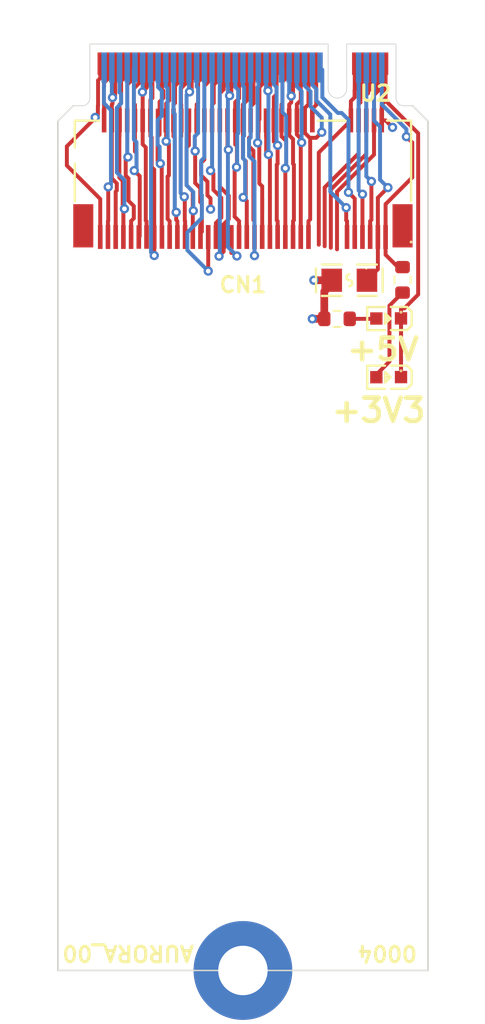
<source format=kicad_pcb>
(kicad_pcb (version 20221018) (generator pcbnew)
  (layers (0 "F.Cu" signal) (1 "In1.Cu" signal) (2 "In2.Cu" signal) (31 "B.Cu" signal) (34 "B.Paste" user) (35 "F.Paste" user) (36 "B.SilkS" user "B.Silkscreen") (37 "F.SilkS" user "F.Silkscreen") (38 "B.Mask" user) (39 "F.Mask" user) (44 "Edge.Cuts" user))
  (net 0 "")
  (net 1 "Net-(CN1-1-Pad11)")
  (net 2 "Net-(CN1-20-Pad21)")
  (net 3 "Net-(CN1-20-Pad23)")
  (net 4 "Net-(CN1-20-Pad25)")
  (net 5 "Net-(CN1-20-Pad27)")
  (net 6 "Net-(CN1-1-Pad66)")
  (net 7 "Net-(CN1-20-Pad33)")
  (net 8 "Net-(CN1-20-Pad35)")
  (net 9 "Net-(CN1-20-Pad37)")
  (net 10 "Net-(CN1-1-Pad5)")
  (net 11 "Net-(CN1-20-Pad39)")
  (net 12 "Net-(CN1-1-Pad69)")
  (net 13 "Net-(CN1-1-Pad71)")
  (net 14 "Net-(CN1-1-Pad73)")
  (net 15 "Net-(CN1-20-Pad41)")
  (net 16 "+3V3")
  (net 17 "Net-(CN1-20-Pad43)")
  (net 18 "Net-(CN1-20-Pad45)")
  (net 19 "Net-(CN1-20-Pad49)")
  (net 20 "Net-(CN1-20-Pad51)")
  (net 21 "Net-(CN1-20-Pad53)")
  (net 22 "Net-(CN1-20-Pad55)")
  (net 23 "Net-(CN1-20-Pad57)")
  (net 24 "Net-(CN1-20-Pad59)")
  (net 25 "Net-(CN1-20-Pad61)")
  (net 26 "Net-(CN1-1-Pad67)")
  (net 27 "Net-(CN1-1-Pad7)")
  (net 28 "Net-(CN1-20-Pad63)")
  (net 29 "Net-(CN1-1-Pad74)")
  (net 30 "Net-(CN1-1-Pad9)")
  (net 31 "GND")
  (net 32 "Net-(LED1-+)")
  (net 33 "+5V")
  (net 34 "Net-(LED2-+)")
  (net 35 "Net-(CN1-20-Pad29)")
  (net 36 "Net-(CN1-20-Pad31)")
  (net 37 "4")
  (net 38 "6")
  (net 39 "8")
  (net 40 "10")
  (net 41 "20")
  (net 42 "Net-(CN1-20-Pad47)")
  (net 43 "Net-(CN1-1-Pad3)")
  (footprint "footprint:F0805" (layer "F.Cu") (at 18.9 -44.7 180)
    (fp_text reference "F1" hide)
    (fp_text value "TLC-PSMD010")
  )
  (footprint "NGFF:NGFF_M" (layer "F.Cu") (at 12 -60 180)
    (fp_text reference "U2")
    (fp_text value "~")
    (fp_line (start -11 -4) (end -10.425 -4) (stroke (width 0.05)) (layer "Edge.Cuts"))
    (fp_line (start -9.925 -3.5) (end -9.925 0) (stroke (width 0.05)) (layer "Edge.Cuts"))
    (fp_line (start -9.925 0) (end -6.725 0) (stroke (width 0.05)) (layer "Edge.Cuts"))
    (fp_line (start -6.725 0) (end -6.725 -2.9) (stroke (width 0.05)) (layer "Edge.Cuts"))
    (fp_line (start -5.525 -2.9) (end -5.525 0) (stroke (width 0.05)) (layer "Edge.Cuts"))
    (fp_line (start -5.525 0) (end 0 0) (stroke (width 0.05)) (layer "Edge.Cuts"))
    (fp_line (start 0 0) (end 9.925 0) (stroke (width 0.05)) (layer "Edge.Cuts"))
    (fp_line (start 9.925 0) (end 9.925 -3.5) (stroke (width 0.05)) (layer "Edge.Cuts"))
    (fp_line (start 10.425 -4) (end 11 -4) (stroke (width 0.05)) (layer "Edge.Cuts"))
    (fp_arc (start -10.425 -4) (mid -10.071447 -3.853553) (end -9.925 -3.5) (stroke (width 0.05)) (layer "Edge.Cuts"))
    (fp_arc (start -6.725 -2.9) (mid -6.125 -3.5) (end -5.525 -2.9) (stroke (width 0.05)) (layer "Edge.Cuts"))
    (fp_arc (start 9.925 -3.5) (mid 10.071447 -3.853553) (end 10.425 -4) (stroke (width 0.05)) (layer "Edge.Cuts"))
  )
  (footprint "footprint_old:CONN-SMD_67P-P0.50-V_NASB0-S6701-TS50" (layer "F.Cu") (at 11.9999 -51.2748 180)
    (fp_text reference "CN1")
    (fp_text value "NASB0-S6701-TS50")
  )
  (footprint "Resistor_SMD:R_0603_1608Metric" (layer "F.Cu") (at 22.35 -44.725 -90)
    (fp_text reference "R1" hide)
    (fp_text value "470R")
  )
  (footprint "Resistor_SMD:R_0603_1608Metric" (layer "F.Cu") (at 18.1 -42.2)
    (fp_text reference "R2" hide)
    (fp_text value "470R")
  )
  (footprint "MountingHole:MountingHole_3.2mm_M3_Pad_TopBottom" (layer "F.Cu") (at 12 0 180)
    (fp_text reference "H1" hide)
    (fp_text value "MountingHole")
  )
  (footprint "footprints:LED0603-RD" (layer "F.Cu") (at 21.45 -42.225 180)
    (fp_text reference "LED1" hide)
    (fp_text value "LTST-C191KRKT")
  )
  (footprint "footprints:LED0603-RD" (layer "F.Cu") (at 21.45 -38.425 180)
    (fp_text reference "LED2" hide)
    (fp_text value "LTST-C191KRKT")
  )
  (gr_line (start 24 0) (end 24 -55) (stroke (width 0.1)) (layer "Edge.Cuts"))
  (gr_line (start 24 0) (end 0 0) (stroke (width 0.1)) (layer "Edge.Cuts"))
  (gr_line (start 1 -56) (end 0 -55) (stroke (width 0.1)) (layer "Edge.Cuts"))
  (gr_line (start 0 0) (end 0 -55) (stroke (width 0.1)) (layer "Edge.Cuts"))
  (gr_line (start 23 -56) (end 24 -55) (stroke (width 0.1)) (layer "Edge.Cuts"))
  (gr_text "0004              AURORA_00" (at 23.4 -1.7 180) (layer "F.SilkS") (effects (font (size 1 1) (thickness 0.2) bold) (justify left bottom)))
  (gr_text "+3V3" (at 17.6 -35.4) (layer "F.SilkS") (effects (font (size 1.5 1.5) (thickness 0.3) bold) (justify left bottom)))
  (gr_text "+5V" (at 18.6 -39.4) (layer "F.SilkS") (effects (font (size 1.4 1.5) (thickness 0.3) bold) (justify left bottom)))
  (segment (start 18.696 -49.4) (end 18.696 -48.585) (width 0.254) (layer "F.Cu") (net 1))
  (segment (start 18.696 -48.585) (end 18.75 -48.531) (width 0.254) (layer "F.Cu") (net 1))
  (segment (start 18.75 -48.531) (end 18.75 -47.5) (width 0.254) (layer "F.Cu") (net 1))
  (via (at 18.696 -49.4) (size 0.6) (drill 0.3) (layers "F.Cu" "B.Cu") (net 1))
  (segment (start 18.696 -49.4) (end 17.666 -50.4304) (width 0.254) (layer "B.Cu") (net 1))
  (segment (start 17.666 -50.4304) (end 17.666 -55.4341) (width 0.254) (layer "B.Cu") (net 1))
  (segment (start 16.766 -56.3342) (end 16.766 -57.078) (width 0.254) (layer "B.Cu") (net 1))
  (segment (start 16.5 -57.3438) (end 16.5 -58.475) (width 0.254) (layer "B.Cu") (net 1))
  (segment (start 16.766 -57.078) (end 16.5 -57.3438) (width 0.254) (layer "B.Cu") (net 1))
  (segment (start 17.666 -55.4341) (end 16.766 -56.3342) (width 0.254) (layer "B.Cu") (net 1))
  (segment (start 16 -55.0491) (end 16 -55.0495) (width 0.254) (layer "F.Cu") (net 2))
  (segment (start 16 -55.049) (end 16 -55.0491) (width 0.2) (layer "F.Cu") (net 2))
  (segment (start 16.25 -48.016) (end 16.25 -47.758) (width 0.254) (layer "F.Cu") (net 2))
  (segment (start 16 -55.0495) (end 16 -55.0496) (width 0.2) (layer "F.Cu") (net 2))
  (segment (start 16.331 -53.922) (end 16 -54.2527) (width 0.254) (layer "F.Cu") (net 2))
  (segment (start 16 -55.0496) (end 16 -55.0498) (width 0.254) (layer "F.Cu") (net 2))
  (segment (start 16.25 -47.5645) (end 16.25 -47.5) (width 0.2) (layer "F.Cu") (net 2))
  (segment (start 16 -55.049) (end 16 -55.0491) (width 0.254) (layer "F.Cu") (net 2))
  (segment (start 16 -55.0495) (end 16 -55.0496) (width 0.254) (layer "F.Cu") (net 2))
  (segment (start 16.362 -48.643) (end 16.25 -48.531) (width 0.254) (layer "F.Cu") (net 2))
  (segment (start 16.25 -47.629) (end 16.25 -47.5645) (width 0.2) (layer "F.Cu") (net 2))
  (segment (start 16.25 -47.629) (end 16.25 -47.5645) (width 0.2) (layer "F.Cu") (net 2))
  (segment (start 16.25 -47.629) (end 16.25 -47.5645) (width 0.254) (layer "F.Cu") (net 2))
  (segment (start 16 -55.0499) (end 16 -55.8387) (width 0.254) (layer "F.Cu") (net 2))
  (segment (start 16 -55.8387) (end 16.25 -56.0888) (width 0.254) (layer "F.Cu") (net 2))
  (segment (start 16.362 -53.922) (end 16.331 -53.922) (width 0.254) (layer "F.Cu") (net 2))
  (segment (start 16 -55.0498) (end 16 -55.0499) (width 0.2) (layer "F.Cu") (net 2))
  (segment (start 16 -55.0458) (end 16 -55.0479) (width 0.254) (layer "F.Cu") (net 2))
  (segment (start 16 -55.0495) (end 16 -55.0496) (width 0.2) (layer "F.Cu") (net 2))
  (segment (start 16 -55.0491) (end 16 -55.0495) (width 0.254) (layer "F.Cu") (net 2))
  (segment (start 16 -55.0498) (end 15.9999 -55.0499) (width 0.1524) (layer "F.Cu") (net 2))
  (segment (start 16.25 -56.0888) (end 16.25 -58.725) (width 0.254) (layer "F.Cu") (net 2))
  (segment (start 16.25 -48.274) (end 16.25 -48.016) (width 0.254) (layer "F.Cu") (net 2))
  (segment (start 16 -55.0479) (end 16 -55.048) (width 0.254) (layer "F.Cu") (net 2))
  (segment (start 16 -55.0479) (end 16 -55.048) (width 0.254) (layer "F.Cu") (net 2))
  (segment (start 16 -55.049) (end 16 -55.0491) (width 0.254) (layer "F.Cu") (net 2))
  (segment (start 16 -55.0491) (end 16 -55.0495) (width 0.254) (layer "F.Cu") (net 2))
  (segment (start 16 -55.0457) (end 16 -55.0458) (width 0.254) (layer "F.Cu") (net 2))
  (segment (start 16 -55.0498) (end 16 -55.0499) (width 0.254) (layer "F.Cu") (net 2))
  (segment (start 16 -55.0498) (end 16 -55.0499) (width 0.254) (layer "F.Cu") (net 2))
  (segment (start 16 -55.0498) (end 16 -55.0499) (width 0.2) (layer "F.Cu") (net 2))
  (segment (start 16.362 -53.922) (end 16.362 -48.643) (width 0.254) (layer "F.Cu") (net 2))
  (segment (start 16 -55.0495) (end 16 -55.0496) (width 0.254) (layer "F.Cu") (net 2))
  (segment (start 16.25 -48.274) (end 16.25 -48.016) (width 0.254) (layer "F.Cu") (net 2))
  (segment (start 16 -55.0491) (end 16 -55.0495) (width 0.2) (layer "F.Cu") (net 2))
  (segment (start 16 -54.2527) (end 16 -55.0457) (width 0.254) (layer "F.Cu") (net 2))
  (segment (start 16 -55.049) (end 16 -55.0491) (width 0.254) (layer "F.Cu") (net 2))
  (segment (start 16 -55.0495) (end 16 -55.0496) (width 0.254) (layer "F.Cu") (net 2))
  (segment (start 16 -55.048) (end 16 -55.049) (width 0.254) (layer "F.Cu") (net 2))
  (segment (start 16 -55.0496) (end 16 -55.0498) (width 0.2) (layer "F.Cu") (net 2))
  (segment (start 16 -55.0458) (end 16 -55.0479) (width 0.254) (layer "F.Cu") (net 2))
  (segment (start 16.25 -47.758) (end 16.25 -47.629) (width 0.254) (layer "F.Cu") (net 2))
  (segment (start 16 -55.048) (end 16 -55.049) (width 0.254) (layer "F.Cu") (net 2))
  (segment (start 17.112 -54.2823) (end 16.752 -53.922) (width 0.254) (layer "F.Cu") (net 2))
  (segment (start 16.2498 -47.5643) (end 16.2498 -47.5) (width 0.1524) (layer "F.Cu") (net 2))
  (segment (start 16 -55.0457) (end 16 -55.0458) (width 0.254) (layer "F.Cu") (net 2))
  (segment (start 16.752 -53.922) (end 16.362 -53.922) (width 0.254) (layer "F.Cu") (net 2))
  (segment (start 16 -55.048) (end 16 -55.049) (width 0.254) (layer "F.Cu") (net 2))
  (segment (start 16 -55.0498) (end 16 -55.0499) (width 0.254) (layer "F.Cu") (net 2))
  (segment (start 16 -55.0496) (end 16 -55.0498) (width 0.254) (layer "F.Cu") (net 2))
  (segment (start 16 -55.0496) (end 16 -55.0498) (width 0.2) (layer "F.Cu") (net 2))
  (segment (start 16.25 -48.531) (end 16.25 -48.274) (width 0.254) (layer "F.Cu") (net 2))
  (segment (start 16 -55.0479) (end 16 -55.048) (width 0.254) (layer "F.Cu") (net 2))
  (segment (start 16 -55.0496) (end 16 -55.0498) (width 0.254) (layer "F.Cu") (net 2))
  (segment (start 16.25 -47.5645) (end 16.2498 -47.5643) (width 0.1524) (layer "F.Cu") (net 2))
  (segment (start 16.25 -47.758) (end 16.25 -47.629) (width 0.2) (layer "F.Cu") (net 2))
  (segment (start 16.25 -47.5645) (end 16.25 -47.5) (width 0.2) (layer "F.Cu") (net 2))
  (segment (start 16.25 -47.5645) (end 16.25 -47.5) (width 0.254) (layer "F.Cu") (net 2))
  (via (at 17.112 -54.2823) (size 0.6) (drill 0.3) (layers "F.Cu" "B.Cu") (net 2))
  (segment (start 16.383 -55.954) (end 17.112 -55.225) (width 0.254) (layer "B.Cu") (net 2))
  (segment (start 16 -57.3023) (end 16.383 -56.9194) (width 0.254) (layer "B.Cu") (net 2))
  (segment (start 16.383 -56.9194) (end 16.383 -55.954) (width 0.254) (layer "B.Cu") (net 2))
  (segment (start 16 -58.475) (end 16 -57.3023) (width 0.254) (layer "B.Cu") (net 2))
  (segment (start 17.112 -55.225) (end 17.112 -54.2823) (width 0.254) (layer "B.Cu") (net 2))
  (segment (start 15.76 -53.6186) (end 15.806 -53.6186) (width 0.254) (layer "F.Cu") (net 3))
  (segment (start 15.5 -55.0662) (end 15.5 -55.0499) (width 0.2) (layer "F.Cu") (net 3))
  (segment (start 15.5 -54.8283) (end 15.5 -54.8285) (width 0.2) (layer "F.Cu") (net 3))
  (segment (start 15.5 -55.6073) (end 15.5 -55.1152) (width 0.2) (layer "F.Cu") (net 3))
  (segment (start 15.75 -53.6081) (end 15.76 -53.6186) (width 0.254) (layer "F.Cu") (net 3))
  (segment (start 15.5 -56.0998) (end 15.75 -56.35) (width 0.254) (layer "F.Cu") (net 3))
  (segment (start 15.5 -55.6073) (end 15.5 -55.6075) (width 0.254) (layer "F.Cu") (net 3))
  (segment (start 15.5 -54.8283) (end 15.5 -54.8285) (width 0.2) (layer "F.Cu") (net 3))
  (segment (start 15.75 -47.5) (end 15.75 -53.6081) (width 0.254) (layer "F.Cu") (net 3))
  (segment (start 15.5 -54.8285) (end 15.5 -55.0499) (width 0.2) (layer "F.Cu") (net 3))
  (segment (start 15.5 -55.6075) (end 15.5 -56.0998) (width 0.254) (layer "F.Cu") (net 3))
  (segment (start 15.5 -54.6067) (end 15.5 -54.6065) (width 0.254) (layer "F.Cu") (net 3))
  (segment (start 15.5 -54.8283) (end 15.5 -54.6067) (width 0.254) (layer "F.Cu") (net 3))
  (segment (start 15.5 -55.0499) (end 15.5 -54.8285) (width 0.254) (layer "F.Cu") (net 3))
  (segment (start 15.5 -55.6075) (end 15.5 -55.6073) (width 0.2) (layer "F.Cu") (net 3))
  (segment (start 15.76 -53.8698) (end 15.76 -53.6186) (width 0.254) (layer "F.Cu") (net 3))
  (segment (start 15.5 -54.8285) (end 15.5 -54.8283) (width 0.254) (layer "F.Cu") (net 3))
  (segment (start 15.75 -56.35) (end 15.75 -58.725) (width 0.254) (layer "F.Cu") (net 3))
  (segment (start 15.5 -54.8285) (end 15.5 -55.0499) (width 0.2) (layer "F.Cu") (net 3))
  (segment (start 15.5 -54.1305) (end 15.76 -53.8698) (width 0.254) (layer "F.Cu") (net 3))
  (segment (start 15.5 -54.6065) (end 15.5 -54.1305) (width 0.254) (layer "F.Cu") (net 3))
  (segment (start 15.5 -55.0662) (end 15.5 -55.0499) (width 0.254) (layer "F.Cu") (net 3))
  (segment (start 15.5 -55.0825) (end 15.5 -55.0662) (width 0.2) (layer "F.Cu") (net 3))
  (segment (start 15.5 -54.6065) (end 15.5 -54.6067) (width 0.2) (layer "F.Cu") (net 3))
  (segment (start 15.5 -54.6067) (end 15.5 -54.8283) (width 0.2) (layer "F.Cu") (net 3))
  (segment (start 15.5 -55.1152) (end 15.5 -55.6073) (width 0.254) (layer "F.Cu") (net 3))
  (segment (start 15.4998 -55.066) (end 15.4998 -55.0499) (width 0.1524) (layer "F.Cu") (net 3))
  (segment (start 15.5 -55.0662) (end 15.4998 -55.066) (width 0.1524) (layer "F.Cu") (net 3))
  (segment (start 15.5 -55.0825) (end 15.5 -55.0662) (width 0.254) (layer "F.Cu") (net 3))
  (segment (start 15.5 -55.1152) (end 15.5 -55.0825) (width 0.2) (layer "F.Cu") (net 3))
  (via (at 15.806 -53.6186) (size 0.6) (drill 0.3) (layers "F.Cu" "B.Cu") (net 3))
  (segment (start 15.806 -56.938) (end 15.806 -53.6186) (width 0.254) (layer "B.Cu") (net 3))
  (segment (start 15.5 -57.2441) (end 15.806 -56.938) (width 0.254) (layer "B.Cu") (net 3))
  (segment (start 15.5 -58.475) (end 15.5 -57.2441) (width 0.254) (layer "B.Cu") (net 3))
  (segment (start 15 -55.0849) (end 15 -55.0674) (width 0.2) (layer "F.Cu") (net 4))
  (segment (start 15.25 -47.629) (end 15.25 -47.5645) (width 0.254) (layer "F.Cu") (net 4))
  (segment (start 15.25 -48.274) (end 15.25 -48.016) (width 0.254) (layer "F.Cu") (net 4))
  (segment (start 15.25 -47.758) (end 15.25 -47.629) (width 0.2) (layer "F.Cu") (net 4))
  (segment (start 15 -55.0849) (end 15 -55.5828) (width 0.254) (layer "F.Cu") (net 4))
  (segment (start 15 -54.5783) (end 15 -54.5782) (width 0.254) (layer "F.Cu") (net 4))
  (segment (start 15 -54.8141) (end 15 -54.8142) (width 0.2) (layer "F.Cu") (net 4))
  (segment (start 15 -54.5782) (end 15 -54.0889) (width 0.254) (layer "F.Cu") (net 4))
  (segment (start 15 -54.5782) (end 15 -54.5783) (width 0.2) (layer "F.Cu") (net 4))
  (segment (start 15 -55.5828) (end 15 -55.0849) (width 0.2) (layer "F.Cu") (net 4))
  (segment (start 15.25 -56.7487) (end 15.131 -56.6301) (width 0.254) (layer "F.Cu") (net 4))
  (segment (start 15.131 -56.2123) (end 15.131 -56.6301) (width 0.254) (layer "F.Cu") (net 4))
  (segment (start 15.25 -47.629) (end 15.25 -47.5645) (width 0.2) (layer "F.Cu") (net 4))
  (segment (start 15.25 -47.5645) (end 15.25 -47.5) (width 0.2) (layer "F.Cu") (net 4))
  (segment (start 15.306 -52.1825) (end 15.306 -48.587) (width 0.254) (layer "F.Cu") (net 4))
  (segment (start 15.25 -48.274) (end 15.25 -48.016) (width 0.254) (layer "F.Cu") (net 4))
  (segment (start 15 -54.8141) (end 15 -54.8142) (width 0.2) (layer "F.Cu") (net 4))
  (segment (start 15.25 -47.5645) (end 15.25 -47.5) (width 0.254) (layer "F.Cu") (net 4))
  (segment (start 15.306 -48.587) (end 15.25 -48.531) (width 0.254) (layer "F.Cu") (net 4))
  (segment (start 15 -54.8141) (end 15 -54.5783) (width 0.254) (layer "F.Cu") (net 4))
  (segment (start 15 -55.0674) (end 15 -55.0587) (width 0.254) (layer "F.Cu") (net 4))
  (segment (start 15.25 -52.2384) (end 15.306 -52.1825) (width 0.254) (layer "F.Cu") (net 4))
  (segment (start 14.9999 -55.0586) (end 14.9999 -55.0499) (width 0.1524) (layer "F.Cu") (net 4))
  (segment (start 15 -56.0808) (end 15.131 -56.2123) (width 0.254) (layer "F.Cu") (net 4))
  (segment (start 15 -55.0674) (end 15 -55.0587) (width 0.2) (layer "F.Cu") (net 4))
  (segment (start 15.25 -53.839) (end 15.25 -52.2384) (width 0.254) (layer "F.Cu") (net 4))
  (segment (start 15 -55.5829) (end 15 -56.0808) (width 0.254) (layer "F.Cu") (net 4))
  (segment (start 15 -54.8142) (end 15 -55.0499) (width 0.2) (layer "F.Cu") (net 4))
  (segment (start 15 -55.5828) (end 15 -55.5829) (width 0.254) (layer "F.Cu") (net 4))
  (segment (start 15 -54.8142) (end 15 -54.8141) (width 0.254) (layer "F.Cu") (net 4))
  (segment (start 15 -54.0889) (end 15.25 -53.839) (width 0.254) (layer "F.Cu") (net 4))
  (segment (start 15.25 -47.5645) (end 15.2498 -47.5643) (width 0.1524) (layer "F.Cu") (net 4))
  (segment (start 15.25 -48.016) (end 15.25 -47.758) (width 0.254) (layer "F.Cu") (net 4))
  (segment (start 15.25 -47.5645) (end 15.25 -47.5) (width 0.2) (layer "F.Cu") (net 4))
  (segment (start 15.25 -47.629) (end 15.25 -47.5645) (width 0.2) (layer "F.Cu") (net 4))
  (segment (start 15 -55.0587) (end 15 -55.0499) (width 0.2) (layer "F.Cu") (net 4))
  (segment (start 15 -55.0587) (end 15 -55.0499) (width 0.254) (layer "F.Cu") (net 4))
  (segment (start 15 -54.8142) (end 15 -55.0499) (width 0.2) (layer "F.Cu") (net 4))
  (segment (start 15.2498 -47.5643) (end 15.2498 -47.5) (width 0.1524) (layer "F.Cu") (net 4))
  (segment (start 15.25 -48.531) (end 15.25 -48.274) (width 0.254) (layer "F.Cu") (net 4))
  (segment (start 15.25 -58.725) (end 15.25 -56.7487) (width 0.254) (layer "F.Cu") (net 4))
  (segment (start 15 -55.0499) (end 15 -54.8142) (width 0.254) (layer "F.Cu") (net 4))
  (segment (start 15 -54.5783) (end 15 -54.8141) (width 0.2) (layer "F.Cu") (net 4))
  (segment (start 15 -55.0587) (end 14.9999 -55.0586) (width 0.1524) (layer "F.Cu") (net 4))
  (segment (start 15.25 -47.758) (end 15.25 -47.629) (width 0.254) (layer "F.Cu") (net 4))
  (segment (start 15 -55.5829) (end 15 -55.5828) (width 0.2) (layer "F.Cu") (net 4))
  (via (at 15.131 -56.6301) (size 0.6) (drill 0.3) (layers "F.Cu" "B.Cu") (net 4))
  (segment (start 15 -56.7615) (end 15.131 -56.6301) (width 0.254) (layer "B.Cu") (net 4))
  (segment (start 15 -58.475) (end 15 -56.7615) (width 0.254) (layer "B.Cu") (net 4))
  (segment (start 14.5 -55.0499) (end 14.4998 -55.0499) (width 0.1524) (layer "F.Cu") (net 5))
  (segment (start 14.5 -56.0808) (end 14.564 -56.1448) (width 0.254) (layer "F.Cu") (net 5))
  (segment (start 14.806 -52.0081) (end 14.806 -53.7129) (width 0.254) (layer "F.Cu") (net 5))
  (segment (start 14.5 -55.0499) (end 14.5 -56.0808) (width 0.254) (layer "F.Cu") (net 5))
  (segment (start 14.75 -51.9522) (end 14.806 -52.0081) (width 0.254) (layer "F.Cu") (net 5))
  (segment (start 14.75 -57.7441) (end 14.75 -58.725) (width 0.254) (layer "F.Cu") (net 5))
  (segment (start 14.75 -47.5) (end 14.75 -51.9522) (width 0.254) (layer "F.Cu") (net 5))
  (segment (start 14.564 -57.5579) (end 14.75 -57.7441) (width 0.254) (layer "F.Cu") (net 5))
  (segment (start 14.564 -56.1448) (end 14.564 -57.5579) (width 0.254) (layer "F.Cu") (net 5))
  (segment (start 14.806 -53.7129) (end 14.5 -54.019) (width 0.254) (layer "F.Cu") (net 5))
  (segment (start 14.5 -54.019) (end 14.5 -55.0499) (width 0.254) (layer "F.Cu") (net 5))
  (via (at 14.75 -51.9522) (size 0.6) (drill 0.3) (layers "F.Cu" "B.Cu") (net 5))
  (segment (start 14.564 -58.4112) (end 14.5 -58.475) (width 0.254) (layer "B.Cu") (net 5))
  (segment (start 14.804 -52.0068) (end 14.804 -55.3395) (width 0.254) (layer "B.Cu") (net 5))
  (segment (start 14.564 -55.5801) (end 14.564 -58.4112) (width 0.254) (layer "B.Cu") (net 5))
  (segment (start 14.75 -51.9522) (end 14.804 -52.0068) (width 0.254) (layer "B.Cu") (net 5))
  (segment (start 14.804 -55.3395) (end 14.564 -55.5801) (width 0.254) (layer "B.Cu") (net 5))
  (segment (start 5 -54.8018) (end 5 -54.9257) (width 0.254) (layer "F.Cu") (net 6))
  (segment (start 5 -54.9258) (end 5 -54.9877) (width 0.2) (layer "F.Cu") (net 6))
  (segment (start 5 -54.9878) (end 5 -55.0187) (width 0.254) (layer "F.Cu") (net 6))
  (segment (start 5 -55.0187) (end 5 -55.0496) (width 0.254) (layer "F.Cu") (net 6))
  (segment (start 5 -54.8018) (end 5 -54.9257) (width 0.254) (layer "F.Cu") (net 6))
  (segment (start 5 -55.0187) (end 4.9999 -55.0188) (width 0.1524) (layer "F.Cu") (net 6))
  (segment (start 5 -55.0187) (end 5 -55.0496) (width 0.254) (layer "F.Cu") (net 6))
  (segment (start 5 -54.9258) (end 5 -54.9877) (width 0.254) (layer "F.Cu") (net 6))
  (segment (start 5.25 -57.4398) (end 5.25 -58.725) (width 0.254) (layer "F.Cu") (net 6))
  (segment (start 5 -55.0496) (end 5 -56.0675) (width 0.254) (layer "F.Cu") (net 6))
  (segment (start 5 -54.9878) (end 5 -55.0187) (width 0.254) (layer "F.Cu") (net 6))
  (segment (start 5 -54.9877) (end 5 -54.9878) (width 0.254) (layer "F.Cu") (net 6))
  (segment (start 5 -54.9878) (end 5 -55.0187) (width 0.2) (layer "F.Cu") (net 6))
  (segment (start 5 -54.9257) (end 5 -54.9258) (width 0.2) (layer "F.Cu") (net 6))
  (segment (start 5.25 -47.5) (end 5.2498 -47.4998) (width 0.1524) (layer "F.Cu") (net 6))
  (segment (start 5 -54.9877) (end 5 -54.9878) (width 0.254) (layer "F.Cu") (net 6))
  (segment (start 5 -56.0675) (end 4.93 -56.1379) (width 0.254) (layer "F.Cu") (net 6))
  (segment (start 5 -54.8017) (end 5 -54.8018) (width 0.254) (layer "F.Cu") (net 6))
  (segment (start 5 -54.9257) (end 5 -54.9258) (width 0.254) (layer "F.Cu") (net 6))
  (segment (start 5.099 -51.9455) (end 5.099 -52.9408) (width 0.254) (layer "F.Cu") (net 6))
  (segment (start 5 -54.9257) (end 5 -54.9258) (width 0.254) (layer "F.Cu") (net 6))
  (segment (start 5 -54.9877) (end 5 -54.9878) (width 0.2) (layer "F.Cu") (net 6))
  (segment (start 5 -54.5537) (end 5 -54.5538) (width 0.254) (layer "F.Cu") (net 6))
  (segment (start 5.308 -47.558) (end 5.25 -47.5) (width 0.254) (layer "F.Cu") (net 6))
  (segment (start 5.2498 -47.4998) (end 5.2498 -47.4997) (width 0.1524) (layer "F.Cu") (net 6))
  (segment (start 5.308 -51.4455) (end 5.308 -47.558) (width 0.254) (layer "F.Cu") (net 6))
  (segment (start 4.93 -56.1379) (end 4.93 -57.1193) (width 0.254) (layer "F.Cu") (net 6))
  (segment (start 4.9535 -51.8) (end 5.099 -51.9455) (width 0.254) (layer "F.Cu") (net 6))
  (segment (start 5 -54.9877) (end 5 -54.9878) (width 0.254) (layer "F.Cu") (net 6))
  (segment (start 4.93 -57.1193) (end 5.25 -57.4398) (width 0.254) (layer "F.Cu") (net 6))
  (segment (start 5 -54.9257) (end 5 -54.9258) (width 0.254) (layer "F.Cu") (net 6))
  (segment (start 5 -54.5538) (end 5 -54.8017) (width 0.254) (layer "F.Cu") (net 6))
  (segment (start 5 -54.8017) (end 5 -54.8018) (width 0.254) (layer "F.Cu") (net 6))
  (segment (start 5 -54.9258) (end 5 -54.9877) (width 0.254) (layer "F.Cu") (net 6))
  (segment (start 5 -55.0187) (end 5 -55.0496) (width 0.254) (layer "F.Cu") (net 6))
  (segment (start 5 -54.9878) (end 5 -55.0187) (width 0.254) (layer "F.Cu") (net 6))
  (segment (start 5.099 -52.9408) (end 5 -53.0398) (width 0.254) (layer "F.Cu") (net 6))
  (segment (start 5 -54.9258) (end 5 -54.9877) (width 0.254) (layer "F.Cu") (net 6))
  (segment (start 5 -55.0187) (end 5 -55.0496) (width 0.2) (layer "F.Cu") (net 6))
  (segment (start 5 -55.0187) (end 5 -55.0496) (width 0.2) (layer "F.Cu") (net 6))
  (segment (start 5 -54.9877) (end 5 -54.9878) (width 0.2) (layer "F.Cu") (net 6))
  (segment (start 4.9535 -51.8) (end 5.308 -51.4455) (width 0.254) (layer "F.Cu") (net 6))
  (segment (start 4.9999 -55.0188) (end 4.9999 -55.0496) (width 0.1524) (layer "F.Cu") (net 6))
  (segment (start 5 -54.9878) (end 5 -55.0187) (width 0.2) (layer "F.Cu") (net 6))
  (segment (start 5 -53.0398) (end 5 -54.9257) (width 0.254) (layer "F.Cu") (net 6))
  (via (at 4.9535 -51.8) (size 0.6) (drill 0.3) (layers "F.Cu" "B.Cu") (net 6))
  (segment (start 4.93 -53.8156) (end 4.93 -58.405) (width 0.254) (layer "B.Cu") (net 6))
  (segment (start 4.93 -58.405) (end 5 -58.475) (width 0.254) (layer "B.Cu") (net 6))
  (segment (start 4.9535 -51.8) (end 5.099 -51.9455) (width 0.254) (layer "B.Cu") (net 6))
  (segment (start 5.099 -51.9455) (end 5.099 -53.6466) (width 0.254) (layer "B.Cu") (net 6))
  (segment (start 5.099 -53.6466) (end 4.93 -53.8156) (width 0.254) (layer "B.Cu") (net 6))
  (segment (start 13.25 -49.9627) (end 13.25 -49.9625) (width 0.254) (layer "F.Cu") (net 7))
  (segment (start 13.034 -55.0845) (end 13.017 -55.0672) (width 0.254) (layer "F.Cu") (net 7))
  (segment (start 13.017 -55.0672) (end 13.008 -55.0586) (width 0.254) (layer "F.Cu") (net 7))
  (segment (start 13.008 -55.0586) (end 13.004 -55.0543) (width 0.254) (layer "F.Cu") (net 7))
  (segment (start 13 -55.0501) (end 13 -55.0499) (width 0.254) (layer "F.Cu") (net 7))
  (segment (start 13.017 -55.0672) (end 13.008 -55.0586) (width 0.254) (layer "F.Cu") (net 7))
  (segment (start 13.034 -55.0845) (end 13.017 -55.0672) (width 0.254) (layer "F.Cu") (net 7))
  (segment (start 13.2498 -48.3208) (end 13.2498 -47.5) (width 0.1524) (layer "F.Cu") (net 7))
  (segment (start 13 -53.6002) (end 13.062 -53.5378) (width 0.254) (layer "F.Cu") (net 7))
  (segment (start 13.25 -58.725) (end 13.25 -57.3831) (width 0.254) (layer "F.Cu") (net 7))
  (segment (start 13.069 -55.1191) (end 13.034 -55.0845) (width 0.254) (layer "F.Cu") (net 7))
  (segment (start 13.25 -48.321) (end 13.2498 -48.3208) (width 0.1524) (layer "F.Cu") (net 7))
  (segment (start 13 -53.6002) (end 12.953 -53.6002) (width 0.254) (layer "F.Cu") (net 7))
  (segment (start 13.008 -55.0586) (end 13.004 -55.0543) (width 0.254) (layer "F.Cu") (net 7))
  (segment (start 13.002 -55.0521) (end 12.9999 -55.05) (width 0.1524) (layer "F.Cu") (net 7))
  (segment (start 13.062 -53.5378) (end 13.062 -50.9709) (width 0.254) (layer "F.Cu") (net 7))
  (segment (start 13.25 -48.321) (end 13.25 -47.5) (width 0.254) (layer "F.Cu") (net 7))
  (segment (start 13.017 -55.0672) (end 13 -55.0501) (width 0.254) (layer "F.Cu") (net 7))
  (segment (start 13 -55.0499) (end 13 -53.6002) (width 0.254) (layer "F.Cu") (net 7))
  (segment (start 13.002 -55.0521) (end 13 -55.0499) (width 0.254) (layer "F.Cu") (net 7))
  (segment (start 13.25 -49.142) (end 13.25 -48.321) (width 0.254) (layer "F.Cu") (net 7))
  (segment (start 13.062 -50.9709) (end 13.25 -50.7834) (width 0.254) (layer "F.Cu") (net 7))
  (segment (start 13.25 -49.9625) (end 13.25 -49.142) (width 0.254) (layer "F.Cu") (net 7))
  (segment (start 13.004 -55.0543) (end 13.002 -55.0521) (width 0.254) (layer "F.Cu") (net 7))
  (segment (start 13.25 -49.9627) (end 13.25 -49.9625) (width 0.254) (layer "F.Cu") (net 7))
  (segment (start 13.25 -50.7834) (end 13.25 -49.9627) (width 0.254) (layer "F.Cu") (net 7))
  (segment (start 13.004 -55.0543) (end 13.002 -55.0521) (width 0.254) (layer "F.Cu") (net 7))
  (segment (start 12.9999 -55.05) (end 12.9999 -55.0499) (width 0.1524) (layer "F.Cu") (net 7))
  (segment (start 13.25 -57.3831) (end 13.069 -57.2022) (width 0.254) (layer "F.Cu") (net 7))
  (segment (start 13.002 -55.0521) (end 13 -55.0499) (width 0.254) (layer "F.Cu") (net 7))
  (segment (start 13.25 -49.9625) (end 13.25 -49.142) (width 0.254) (layer "F.Cu") (net 7))
  (segment (start 13.069 -57.2022) (end 13.069 -55.1191) (width 0.254) (layer "F.Cu") (net 7))
  (via (at 12.953 -53.6002) (size 0.6) (drill 0.3) (layers "F.Cu" "B.Cu") (net 7))
  (segment (start 13 -57.2441) (end 12.953 -57.1969) (width 0.254) (layer "B.Cu") (net 7))
  (segment (start 12.953 -57.1969) (end 12.953 -53.6002) (width 0.254) (layer "B.Cu") (net 7))
  (segment (start 13 -58.475) (end 13 -57.2441) (width 0.254) (layer "B.Cu") (net 7))
  (segment (start 12.5 -55.0349) (end 12.5 -55.0424) (width 0.2) (layer "F.Cu") (net 8))
  (segment (start 12.5 -55.0424) (end 12.4998 -55.0426) (width 0.1524) (layer "F.Cu") (net 8))
  (segment (start 12.396 -53.3688) (end 12.679 -53.0859) (width 0.254) (layer "F.Cu") (net 8))
  (segment (start 12.396 -53.9149) (end 12.396 -53.3688) (width 0.254) (layer "F.Cu") (net 8))
  (segment (start 12.5 -55.0195) (end 12.5 -55.0347) (width 0.254) (layer "F.Cu") (net 8))
  (segment (start 12.679 -53.0859) (end 12.679 -48.602) (width 0.254) (layer "F.Cu") (net 8))
  (segment (start 12.5 -54.9889) (end 12.5 -54.5042) (width 0.254) (layer "F.Cu") (net 8))
  (segment (start 12.75 -57.7441) (end 12.75 -58.725) (width 0.254) (layer "F.Cu") (net 8))
  (segment (start 12.5 -55.4889) (end 12.5 -55.0499) (width 0.2) (layer "F.Cu") (net 8))
  (segment (start 12.5 -55.0347) (end 12.5 -55.0349) (width 0.254) (layer "F.Cu") (net 8))
  (segment (start 12.679 -48.602) (end 12.75 -48.531) (width 0.254) (layer "F.Cu") (net 8))
  (segment (start 12.5 -54.5042) (end 12.5 -54.504) (width 0.254) (layer "F.Cu") (net 8))
  (segment (start 12.5 -55.0349) (end 12.5 -55.0424) (width 0.254) (layer "F.Cu") (net 8))
  (segment (start 12.5 -55.4891) (end 12.5 -55.4889) (width 0.2) (layer "F.Cu") (net 8))
  (segment (start 12.5 -54.9889) (end 12.5 -55.0195) (width 0.2) (layer "F.Cu") (net 8))
  (segment (start 12.5 -55.0349) (end 12.5 -55.0424) (width 0.2) (layer "F.Cu") (net 8))
  (segment (start 12.5 -55.0347) (end 12.5 -55.0349) (width 0.2) (layer "F.Cu") (net 8))
  (segment (start 12.5 -54.504) (end 12.5 -54.5042) (width 0.2) (layer "F.Cu") (net 8))
  (segment (start 12.5 -54.019) (end 12.396 -53.9149) (width 0.254) (layer "F.Cu") (net 8))
  (segment (start 12.5 -55.0195) (end 12.5 -55.0347) (width 0.2) (layer "F.Cu") (net 8))
  (segment (start 12.4998 -55.0426) (end 12.4998 -55.0499) (width 0.1524) (layer "F.Cu") (net 8))
  (segment (start 12.5 -55.4889) (end 12.5 -55.4891) (width 0.254) (layer "F.Cu") (net 8))
  (segment (start 12.5 -55.0424) (end 12.5 -55.0499) (width 0.2) (layer "F.Cu") (net 8))
  (segment (start 12.5 -55.9587) (end 12.686 -56.1451) (width 0.254) (layer "F.Cu") (net 8))
  (segment (start 12.5 -55.0424) (end 12.5 -55.0499) (width 0.2) (layer "F.Cu") (net 8))
  (segment (start 12.5 -54.5042) (end 12.5 -54.9889) (width 0.2) (layer "F.Cu") (net 8))
  (segment (start 12.5 -55.4891) (end 12.5 -55.9587) (width 0.254) (layer "F.Cu") (net 8))
  (segment (start 12.5 -55.0347) (end 12.5 -55.0349) (width 0.2) (layer "F.Cu") (net 8))
  (segment (start 12.686 -56.1451) (end 12.686 -57.6803) (width 0.254) (layer "F.Cu") (net 8))
  (segment (start 12.5 -55.0499) (end 12.5 -55.4889) (width 0.254) (layer "F.Cu") (net 8))
  (segment (start 12.686 -57.6803) (end 12.75 -57.7441) (width 0.254) (layer "F.Cu") (net 8))
  (segment (start 12.75 -48.531) (end 12.75 -47.5) (width 0.254) (layer "F.Cu") (net 8))
  (segment (start 12.5 -54.504) (end 12.5 -54.019) (width 0.254) (layer "F.Cu") (net 8))
  (segment (start 12.5 -55.0424) (end 12.5 -55.0499) (width 0.254) (layer "F.Cu") (net 8))
  (segment (start 12.75 -47.5) (end 12.75 -46.293) (width 0.254) (layer "F.Cu") (net 8))
  (via (at 12.75 -46.293) (size 0.6) (drill 0.3) (layers "F.Cu" "B.Cu") (net 8))
  (segment (start 12.5 -58.475) (end 12.5 -53.9335) (width 0.254) (layer "B.Cu") (net 8))
  (segment (start 12.396 -52.7442) (end 12.75 -52.3899) (width 0.254) (layer "B.Cu") (net 8))
  (segment (start 12.5 -53.9335) (end 12.396 -53.8292) (width 0.254) (layer "B.Cu") (net 8))
  (segment (start 12.396 -53.8292) (end 12.396 -52.7442) (width 0.254) (layer "B.Cu") (net 8))
  (segment (start 12.75 -52.3899) (end 12.75 -46.293) (width 0.254) (layer "B.Cu") (net 8))
  (segment (start 12 -54.9347) (end 12 -54.9348) (width 0.254) (layer "F.Cu") (net 9))
  (segment (start 12 -55.0428) (end 12 -55.0499) (width 0.2) (layer "F.Cu") (net 9))
  (segment (start 12.25 -47.657) (end 12.25 -47.5785) (width 0.2) (layer "F.Cu") (net 9))
  (segment (start 12 -55.0356) (end 12 -55.0357) (width 0.254) (layer "F.Cu") (net 9))
  (segment (start 12.25 -47.5785) (end 12.2498 -47.5783) (width 0.1524) (layer "F.Cu") (net 9))
  (segment (start 12 -55.0356) (end 12 -55.0357) (width 0.254) (layer "F.Cu") (net 9))
  (segment (start 12 -55.0212) (end 12 -55.0213) (width 0.254) (layer "F.Cu") (net 9))
  (segment (start 12 -55.0357) (end 12 -55.0428) (width 0.254) (layer "F.Cu") (net 9))
  (segment (start 12 -55.0428) (end 12 -55.0499) (width 0.254) (layer "F.Cu") (net 9))
  (segment (start 12.25 -47.815) (end 12.25 -47.658) (width 0.2) (layer "F.Cu") (net 9))
  (segment (start 12 -54.9924) (end 12 -54.9925) (width 0.254) (layer "F.Cu") (net 9))
  (segment (start 12.25 -48.131) (end 12.25 -47.816) (width 0.254) (layer "F.Cu") (net 9))
  (segment (start 12 -54.9925) (end 12 -55.0212) (width 0.254) (layer "F.Cu") (net 9))
  (segment (start 12 -55.0356) (end 12 -55.0357) (width 0.2) (layer "F.Cu") (net 9))
  (segment (start 12 -52.5984) (end 12 -54.9347) (width 0.254) (layer "F.Cu") (net 9))
  (segment (start 12 -55.0213) (end 12 -55.0356) (width 0.254) (layer "F.Cu") (net 9))
  (segment (start 12.2498 -47.5783) (end 12.2498 -47.5) (width 0.1524) (layer "F.Cu") (net 9))
  (segment (start 12 -55.0213) (end 12 -55.0356) (width 0.254) (layer "F.Cu") (net 9))
  (segment (start 12.25 -48.446) (end 12.25 -48.131) (width 0.254) (layer "F.Cu") (net 9))
  (segment (start 12.182 -52.4168) (end 12 -52.5984) (width 0.254) (layer "F.Cu") (net 9))
  (segment (start 12 -55.0213) (end 12 -55.0356) (width 0.254) (layer "F.Cu") (net 9))
  (segment (start 12 -54.9924) (end 12 -54.9925) (width 0.254) (layer "F.Cu") (net 9))
  (segment (start 12.25 -47.657) (end 12.25 -47.5785) (width 0.2) (layer "F.Cu") (net 9))
  (segment (start 12 -54.9348) (end 12 -54.9924) (width 0.254) (layer "F.Cu") (net 9))
  (segment (start 12.182 -50.2312) (end 12.182 -52.4168) (width 0.254) (layer "F.Cu") (net 9))
  (segment (start 12.25 -47.816) (end 12.25 -47.815) (width 0.2) (layer "F.Cu") (net 9))
  (segment (start 12.25 -49.837) (end 12.25 -48.446) (width 0.254) (layer "F.Cu") (net 9))
  (segment (start 12 -55.0428) (end 12 -55.0499) (width 0.254) (layer "F.Cu") (net 9))
  (segment (start 12 -55.0357) (end 12 -55.0428) (width 0.254) (layer "F.Cu") (net 9))
  (segment (start 12 -55.0357) (end 12 -55.0428) (width 0.2) (layer "F.Cu") (net 9))
  (segment (start 12.019 -50.0683) (end 12.25 -49.837) (width 0.254) (layer "F.Cu") (net 9))
  (segment (start 12.25 -56.3309) (end 12.25 -58.725) (width 0.254) (layer "F.Cu") (net 9))
  (segment (start 12 -55.0212) (end 12 -55.0213) (width 0.254) (layer "F.Cu") (net 9))
  (segment (start 12 -54.9924) (end 12 -54.9925) (width 0.254) (layer "F.Cu") (net 9))
  (segment (start 12 -55.0357) (end 12 -55.0428) (width 0.254) (layer "F.Cu") (net 9))
  (segment (start 12 -55.0212) (end 12 -55.0213) (width 0.254) (layer "F.Cu") (net 9))
  (segment (start 12 -55.0213) (end 12 -55.0356) (width 0.2) (layer "F.Cu") (net 9))
  (segment (start 11.9999 -55.0429) (end 11.9999 -55.0499) (width 0.1524) (layer "F.Cu") (net 9))
  (segment (start 12.25 -47.816) (end 12.25 -47.815) (width 0.254) (layer "F.Cu") (net 9))
  (segment (start 12.25 -47.658) (end 12.25 -47.657) (width 0.2) (layer "F.Cu") (net 9))
  (segment (start 12.25 -48.446) (end 12.25 -48.131) (width 0.254) (layer "F.Cu") (net 9))
  (segment (start 12 -55.0356) (end 12 -55.0357) (width 0.2) (layer "F.Cu") (net 9))
  (segment (start 12 -55.0212) (end 12 -55.0213) (width 0.2) (layer "F.Cu") (net 9))
  (segment (start 12 -55.0357) (end 12 -55.0428) (width 0.2) (layer "F.Cu") (net 9))
  (segment (start 12.25 -47.658) (end 12.25 -47.657) (width 0.2) (layer "F.Cu") (net 9))
  (segment (start 12 -55.0356) (end 12 -55.0357) (width 0.254) (layer "F.Cu") (net 9))
  (segment (start 12 -55.0499) (end 12 -56.0808) (width 0.254) (layer "F.Cu") (net 9))
  (segment (start 12.25 -47.5785) (end 12.25 -47.5) (width 0.254) (layer "F.Cu") (net 9))
  (segment (start 12.25 -47.658) (end 12.25 -47.657) (width 0.254) (layer "F.Cu") (net 9))
  (segment (start 12.019 -50.0683) (end 12.182 -50.2312) (width 0.254) (layer "F.Cu") (net 9))
  (segment (start 12 -55.0428) (end 12 -55.0499) (width 0.2) (layer "F.Cu") (net 9))
  (segment (start 12 -54.9347) (end 12 -54.9348) (width 0.254) (layer "F.Cu") (net 9))
  (segment (start 12.25 -47.5785) (end 12.25 -47.5) (width 0.2) (layer "F.Cu") (net 9))
  (segment (start 12.25 -47.5785) (end 12.25 -47.5) (width 0.2) (layer "F.Cu") (net 9))
  (segment (start 12.25 -47.815) (end 12.25 -47.658) (width 0.254) (layer "F.Cu") (net 9))
  (segment (start 12 -54.9348) (end 12 -54.9924) (width 0.254) (layer "F.Cu") (net 9))
  (segment (start 12 -55.0428) (end 12 -55.0499) (width 0.254) (layer "F.Cu") (net 9))
  (segment (start 12 -56.0808) (end 12.25 -56.3309) (width 0.254) (layer "F.Cu") (net 9))
  (segment (start 12 -54.9925) (end 12 -55.0212) (width 0.254) (layer "F.Cu") (net 9))
  (segment (start 12 -55.0428) (end 11.9999 -55.0429) (width 0.1524) (layer "F.Cu") (net 9))
  (segment (start 12 -54.9925) (end 12 -55.0212) (width 0.254) (layer "F.Cu") (net 9))
  (segment (start 12.25 -47.657) (end 12.25 -47.5785) (width 0.254) (layer "F.Cu") (net 9))
  (via (at 12.019 -50.0683) (size 0.6) (drill 0.3) (layers "F.Cu" "B.Cu") (net 9))
  (segment (start 12.074 -54.049) (end 12.013 -53.9878) (width 0.254) (layer "B.Cu") (net 9))
  (segment (start 12 -57.2834) (end 12.074 -57.2094) (width 0.254) (layer "B.Cu") (net 9))
  (segment (start 12.074 -57.2094) (end 12.074 -54.049) (width 0.254) (layer "B.Cu") (net 9))
  (segment (start 12.142 -50.1913) (end 12.019 -50.0683) (width 0.254) (layer "B.Cu") (net 9))
  (segment (start 12 -58.475) (end 12 -57.2834) (width 0.254) (layer "B.Cu") (net 9))
  (segment (start 12.013 -53.9878) (end 12.013 -52.5856) (width 0.254) (layer "B.Cu") (net 9))
  (segment (start 12.142 -52.4568) (end 12.142 -50.1913) (width 0.254) (layer "B.Cu") (net 9))
  (segment (start 12.013 -52.5856) (end 12.142 -52.4568) (width 0.254) (layer "B.Cu") (net 9))
  (segment (start 20.25 -47.629) (end 20.25 -47.5645) (width 0.2) (layer "F.Cu") (net 10))
  (segment (start 20.25 -47.5645) (end 20.2498 -47.5643) (width 0.1524) (layer "F.Cu") (net 10))
  (segment (start 20.25 -47.5645) (end 20.25 -47.5) (width 0.254) (layer "F.Cu") (net 10))
  (segment (start 20.25 -47.629) (end 20.25 -47.5645) (width 0.254) (layer "F.Cu") (net 10))
  (segment (start 20.25 -47.629) (end 20.25 -47.5645) (width 0.2) (layer "F.Cu") (net 10))
  (segment (start 20.25 -47.758) (end 20.25 -47.629) (width 0.2) (layer "F.Cu") (net 10))
  (segment (start 20.25 -47.5645) (end 20.25 -47.5) (width 0.2) (layer "F.Cu") (net 10))
  (segment (start 20.331 -48.612) (end 20.25 -48.531) (width 0.254) (layer "F.Cu") (net 10))
  (segment (start 20.25 -47.758) (end 20.25 -47.629) (width 0.254) (layer "F.Cu") (net 10))
  (segment (start 20.25 -48.274) (end 20.25 -48.016) (width 0.254) (layer "F.Cu") (net 10))
  (segment (start 20.25 -48.274) (end 20.25 -48.016) (width 0.254) (layer "F.Cu") (net 10))
  (segment (start 20.25 -47.5645) (end 20.25 -47.5) (width 0.2) (layer "F.Cu") (net 10))
  (segment (start 20.2498 -47.5643) (end 20.2498 -47.5) (width 0.1524) (layer "F.Cu") (net 10))
  (segment (start 20.331 -51.1) (end 20.331 -48.612) (width 0.254) (layer "F.Cu") (net 10))
  (segment (start 20.25 -48.016) (end 20.25 -47.758) (width 0.254) (layer "F.Cu") (net 10))
  (segment (start 20.25 -48.531) (end 20.25 -48.274) (width 0.254) (layer "F.Cu") (net 10))
  (via (at 20.331 -51.1) (size 0.6) (drill 0.3) (layers "F.Cu" "B.Cu") (net 10))
  (segment (start 20 -51.4313) (end 20 -58.475) (width 0.254) (layer "B.Cu") (net 10))
  (segment (start 20.331 -51.1) (end 20 -51.4313) (width 0.254) (layer "B.Cu") (net 10))
  (segment (start 11.5 -54.1791) (end 11.5 -53.4958) (width 0.254) (layer "F.Cu") (net 11))
  (segment (start 11.5 -55.0499) (end 11.5 -55.5925) (width 0.254) (layer "F.Cu") (net 11))
  (segment (start 11.5 -55.0031) (end 11.5 -55.0033) (width 0.254) (layer "F.Cu") (net 11))
  (segment (start 11.5 -54.1793) (end 11.5 -54.1791) (width 0.254) (layer "F.Cu") (net 11))
  (segment (start 11.5 -54.1791) (end 11.5 -54.1793) (width 0.2) (layer "F.Cu") (net 11))
  (segment (start 11.5 -55.0266) (end 11.5 -55.0499) (width 0.2) (layer "F.Cu") (net 11))
  (segment (start 11.5 -55.0266) (end 11.4998 -55.0268) (width 0.1524) (layer "F.Cu") (net 11))
  (segment (start 11.5 -54.8624) (end 11.5 -54.1793) (width 0.254) (layer "F.Cu") (net 11))
  (segment (start 11.5 -55.5925) (end 11.5 -55.0499) (width 0.2) (layer "F.Cu") (net 11))
  (segment (start 11.5 -55.0031) (end 11.5 -55.0033) (width 0.2) (layer "F.Cu") (net 11))
  (segment (start 11.612 -52.0507) (end 11.585 -52.0237) (width 0.254) (layer "F.Cu") (net 11))
  (segment (start 11.5 -54.1793) (end 11.5 -54.8624) (width 0.2) (layer "F.Cu") (net 11))
  (segment (start 11.5 -55.0033) (end 11.5 -55.0266) (width 0.254) (layer "F.Cu") (net 11))
  (segment (start 11.5 -55.0031) (end 11.5 -55.0033) (width 0.2) (layer "F.Cu") (net 11))
  (segment (start 11.5 -53.4958) (end 11.612 -53.3837) (width 0.254) (layer "F.Cu") (net 11))
  (segment (start 11.5 -55.5925) (end 11.5 -55.5927) (width 0.254) (layer "F.Cu") (net 11))
  (segment (start 11.5 -55.5927) (end 11.5 -56.229) (width 0.254) (layer "F.Cu") (net 11))
  (segment (start 11.75 -47.5) (end 11.75 -48.531) (width 0.254) (layer "F.Cu") (net 11))
  (segment (start 11.75 -56.4792) (end 11.75 -58.725) (width 0.254) (layer "F.Cu") (net 11))
  (segment (start 11.5 -54.9563) (end 11.5 -55.0031) (width 0.254) (layer "F.Cu") (net 11))
  (segment (start 11.5 -55.0266) (end 11.5 -55.0499) (width 0.2) (layer "F.Cu") (net 11))
  (segment (start 11.612 -53.3837) (end 11.612 -52.0507) (width 0.254) (layer "F.Cu") (net 11))
  (segment (start 11.75 -48.531) (end 11.463 -48.818) (width 0.254) (layer "F.Cu") (net 11))
  (segment (start 11.463 -48.818) (end 11.463 -51.9015) (width 0.254) (layer "F.Cu") (net 11))
  (segment (start 11.4998 -55.0268) (end 11.4998 -55.0499) (width 0.1524) (layer "F.Cu") (net 11))
  (segment (start 11.5 -55.5927) (end 11.5 -55.5925) (width 0.2) (layer "F.Cu") (net 11))
  (segment (start 11.5 -54.9563) (end 11.5 -55.0031) (width 0.2) (layer "F.Cu") (net 11))
  (segment (start 11.5 -56.229) (end 11.75 -56.4792) (width 0.254) (layer "F.Cu") (net 11))
  (segment (start 11.5 -55.0033) (end 11.5 -55.0266) (width 0.2) (layer "F.Cu") (net 11))
  (segment (start 11.5 -54.8624) (end 11.5 -54.9563) (width 0.2) (layer "F.Cu") (net 11))
  (segment (start 11.5 -55.0033) (end 11.5 -55.0266) (width 0.2) (layer "F.Cu") (net 11))
  (segment (start 11.5 -55.0266) (end 11.5 -55.0499) (width 0.254) (layer "F.Cu") (net 11))
  (segment (start 11.463 -51.9015) (end 11.585 -52.0237) (width 0.254) (layer "F.Cu") (net 11))
  (via (at 11.585 -52.0237) (size 0.6) (drill 0.3) (layers "F.Cu" "B.Cu") (net 11))
  (segment (start 11.63 -54.1464) (end 11.63 -52.0687) (width 0.254) (layer "B.Cu") (net 11))
  (segment (start 11.5 -57.2196) (end 11.691 -57.0285) (width 0.254) (layer "B.Cu") (net 11))
  (segment (start 11.63 -52.0687) (end 11.585 -52.0237) (width 0.254) (layer "B.Cu") (net 11))
  (segment (start 11.691 -54.2076) (end 11.63 -54.1464) (width 0.254) (layer "B.Cu") (net 11))
  (segment (start 11.691 -57.0285) (end 11.691 -54.2076) (width 0.254) (layer "B.Cu") (net 11))
  (segment (start 11.5 -58.475) (end 11.5 -57.2196) (width 0.254) (layer "B.Cu") (net 11))
  (segment (start 4.25 -47.728) (end 4.25 -47.614) (width 0.2) (layer "F.Cu") (net 12))
  (segment (start 3.989 -54.008) (end 3.989 -51.345691) (width 0.254) (layer "F.Cu") (net 12))
  (segment (start 4.25 -47.728) (end 4.25 -47.614) (width 0.2) (layer "F.Cu") (net 12))
  (segment (start 4.25 -57.7441) (end 4.101 -57.5954) (width 0.254) (layer "F.Cu") (net 12))
  (segment (start 4.203 -49.374) (end 4.25 -49.327) (width 0.254) (layer "F.Cu") (net 12))
  (segment (start 4.25 -47.614) (end 4.25 -47.5) (width 0.2) (layer "F.Cu") (net 12))
  (segment (start 4.25 -58.725) (end 4.25 -57.7441) (width 0.254) (layer "F.Cu") (net 12))
  (segment (start 4.25 -49.327) (end 4.317 -49.327) (width 0.254) (layer "F.Cu") (net 12))
  (segment (start 4.25 -47.728) (end 4.25 -47.614) (width 0.254) (layer "F.Cu") (net 12))
  (segment (start 4.25 -48.87) (end 4.25 -48.414) (width 0.254) (layer "F.Cu") (net 12))
  (segment (start 4.203 -51.13169) (end 4.203 -49.374) (width 0.254) (layer "F.Cu") (net 12))
  (segment (start 4.101 -57.5954) (end 4.101 -56.1819) (width 0.254) (layer "F.Cu") (net 12))
  (segment (start 4.101 -56.1819) (end 4 -56.0805) (width 0.254) (layer "F.Cu") (net 12))
  (segment (start 4.25 -48.414) (end 4.25 -47.957) (width 0.254) (layer "F.Cu") (net 12))
  (segment (start 4.25 -47.614) (end 4.25 -47.5) (width 0.2) (layer "F.Cu") (net 12))
  (segment (start 4.2498 -47.6138) (end 4.2498 -47.5) (width 0.1524) (layer "F.Cu") (net 12))
  (segment (start 3.989 -51.345691) (end 4.203 -51.13169) (width 0.254) (layer "F.Cu") (net 12))
  (segment (start 4 -55.0496) (end 4 -54.0187) (width 0.254) (layer "F.Cu") (net 12))
  (segment (start 4.25 -49.327) (end 4.25 -48.87) (width 0.254) (layer "F.Cu") (net 12))
  (segment (start 4 -54.0187) (end 3.989 -54.008) (width 0.254) (layer "F.Cu") (net 12))
  (segment (start 4.25 -47.614) (end 4.25 -47.5) (width 0.254) (layer "F.Cu") (net 12))
  (segment (start 4.25 -47.614) (end 4.2498 -47.6138) (width 0.1524) (layer "F.Cu") (net 12))
  (segment (start 4.25 -47.957) (end 4.25 -47.728) (width 0.2) (layer "F.Cu") (net 12))
  (segment (start 4 -55.0496) (end 3.9999 -55.0496) (width 0.1524) (layer "F.Cu") (net 12))
  (segment (start 4 -56.0805) (end 4 -55.0496) (width 0.254) (layer "F.Cu") (net 12))
  (segment (start 4.25 -47.957) (end 4.25 -47.728) (width 0.254) (layer "F.Cu") (net 12))
  (segment (start 4.25 -48.87) (end 4.25 -48.414) (width 0.254) (layer "F.Cu") (net 12))
  (via (at 4.317 -49.327) (size 0.6) (drill 0.3) (layers "F.Cu" "B.Cu") (net 12))
  (segment (start 4.099 -56.76) (end 4.099 -56.1433) (width 0.254) (layer "B.Cu") (net 12))
  (segment (start 3.826 -55.8695) (end 3.826 -51.6745) (width 0.254) (layer "B.Cu") (net 12))
  (segment (start 4.099 -56.1433) (end 3.826 -55.8695) (width 0.254) (layer "B.Cu") (net 12))
  (segment (start 3.826 -51.6745) (end 4.317 -51.1834) (width 0.254) (layer "B.Cu") (net 12))
  (segment (start 4.317 -51.1834) (end 4.317 -49.327) (width 0.254) (layer "B.Cu") (net 12))
  (segment (start 4 -56.8593) (end 4.099 -56.76) (width 0.254) (layer "B.Cu") (net 12))
  (segment (start 4 -58.475) (end 4 -56.8593) (width 0.254) (layer "B.Cu") (net 12))
  (segment (start 3.5 -54.9859) (end 3.5 -54.9861) (width 0.254) (layer "F.Cu") (net 13))
  (segment (start 3.822 -50.5118) (end 3.822 -50.973875) (width 0.254) (layer "F.Cu") (net 13))
  (segment (start 3.5 -54.9859) (end 3.5 -54.9861) (width 0.2) (layer "F.Cu") (net 13))
  (segment (start 3.5 -51.295875) (end 3.5 -54.922) (width 0.254) (layer "F.Cu") (net 13))
  (segment (start 3.5 -54.5388) (end 3.5 -54.7942) (width 0.254) (layer "F.Cu") (net 13))
  (segment (start 3.5 -54.9222) (end 3.5 -54.9859) (width 0.2) (layer "F.Cu") (net 13))
  (segment (start 3.5 -54.7942) (end 3.5 -54.7944) (width 0.254) (layer "F.Cu") (net 13))
  (segment (start 3.5 -54.922) (end 3.5 -54.9222) (width 0.254) (layer "F.Cu") (net 13))
  (segment (start 3.5 -54.5386) (end 3.5 -54.5388) (width 0.254) (layer "F.Cu") (net 13))
  (segment (start 3.4998 -55.0181) (end 3.4998 -55.0496) (width 0.1524) (layer "F.Cu") (net 13))
  (segment (start 3.718 -58.6934) (end 3.718 -56.7036) (width 0.254) (layer "F.Cu") (net 13))
  (segment (start 3.5 -54.922) (end 3.5 -54.9222) (width 0.254) (layer "F.Cu") (net 13))
  (segment (start 3.5 -54.9859) (end 3.5 -54.9861) (width 0.254) (layer "F.Cu") (net 13))
  (segment (start 3.5 -55.0179) (end 3.5 -55.0496) (width 0.254) (layer "F.Cu") (net 13))
  (segment (start 3.5 -54.9861) (end 3.5 -55.0179) (width 0.2) (layer "F.Cu") (net 13))
  (segment (start 3.5 -54.9859) (end 3.5 -54.9861) (width 0.2) (layer "F.Cu") (net 13))
  (segment (start 3.5 -56.0805) (end 3.545 -56.126) (width 0.254) (layer "F.Cu") (net 13))
  (segment (start 3.75 -47.5) (end 3.75 -50.4398) (width 0.254) (layer "F.Cu") (net 13))
  (segment (start 3.5 -54.7944) (end 3.5 -54.922) (width 0.254) (layer "F.Cu") (net 13))
  (segment (start 3.5 -55.0496) (end 3.5 -56.0805) (width 0.254) (layer "F.Cu") (net 13))
  (segment (start 3.5 -54.9222) (end 3.5 -54.9859) (width 0.254) (layer "F.Cu") (net 13))
  (segment (start 3.5 -54.922) (end 3.5 -54.9222) (width 0.2) (layer "F.Cu") (net 13))
  (segment (start 3.5 -54.9861) (end 3.5 -55.0179) (width 0.254) (layer "F.Cu") (net 13))
  (segment (start 3.5 -55.0179) (end 3.5 -55.0496) (width 0.2) (layer "F.Cu") (net 13))
  (segment (start 3.5 -55.0179) (end 3.5 -55.0496) (width 0.254) (layer "F.Cu") (net 13))
  (segment (start 3.5 -54.9859) (end 3.5 -54.9861) (width 0.254) (layer "F.Cu") (net 13))
  (segment (start 3.5 -55.0179) (end 3.5 -55.0496) (width 0.2) (layer "F.Cu") (net 13))
  (segment (start 3.75 -58.725) (end 3.718 -58.6934) (width 0.254) (layer "F.Cu") (net 13))
  (segment (start 3.5 -54.9861) (end 3.5 -55.0179) (width 0.2) (layer "F.Cu") (net 13))
  (segment (start 3.5 -54.922) (end 3.5 -54.9222) (width 0.254) (layer "F.Cu") (net 13))
  (segment (start 3.5 -54.9861) (end 3.5 -55.0179) (width 0.254) (layer "F.Cu") (net 13))
  (segment (start 3.5 -55.0179) (end 3.4998 -55.0181) (width 0.1524) (layer "F.Cu") (net 13))
  (segment (start 3.75 -50.4398) (end 3.822 -50.5118) (width 0.254) (layer "F.Cu") (net 13))
  (segment (start 3.718 -56.7036) (end 3.545 -56.5305) (width 0.254) (layer "F.Cu") (net 13))
  (segment (start 3.5 -54.9222) (end 3.5 -54.9859) (width 0.254) (layer "F.Cu") (net 13))
  (segment (start 3.5 -54.9222) (end 3.5 -54.9859) (width 0.254) (layer "F.Cu") (net 13))
  (segment (start 3.5 -54.7944) (end 3.5 -54.922) (width 0.254) (layer "F.Cu") (net 13))
  (segment (start 3.5 -54.9861) (end 3.5 -55.0179) (width 0.254) (layer "F.Cu") (net 13))
  (segment (start 3.822 -50.973875) (end 3.5 -51.295875) (width 0.254) (layer "F.Cu") (net 13))
  (segment (start 3.5 -54.7942) (end 3.5 -54.7944) (width 0.254) (layer "F.Cu") (net 13))
  (segment (start 3.545 -56.126) (end 3.545 -56.5305) (width 0.254) (layer "F.Cu") (net 13))
  (segment (start 3.5 -55.0179) (end 3.5 -55.0496) (width 0.254) (layer "F.Cu") (net 13))
  (via (at 3.545 -56.5305) (size 0.6) (drill 0.3) (layers "F.Cu" "B.Cu") (net 13))
  (segment (start 3.5 -56.5758) (end 3.545 -56.5305) (width 0.254) (layer "B.Cu") (net 13))
  (segment (start 3.5 -58.475) (end 3.5 -56.5758) (width 0.254) (layer "B.Cu") (net 13))
  (segment (start 3.25 -47.5645) (end 3.25 -47.5) (width 0.2) (layer "F.Cu") (net 14))
  (segment (start 3.25 -47.629) (end 3.25 -47.5645) (width 0.2) (layer "F.Cu") (net 14))
  (segment (start 3.25 -47.5645) (end 3.25 -47.5) (width 0.254) (layer "F.Cu") (net 14))
  (segment (start 3.25 -47.5645) (end 3.25 -47.5) (width 0.2) (layer "F.Cu") (net 14))
  (segment (start 3.25 -48.531) (end 3.25 -48.274) (width 0.254) (layer "F.Cu") (net 14))
  (segment (start 3.25 -47.629) (end 3.25 -47.5645) (width 0.254) (layer "F.Cu") (net 14))
  (segment (start 3.268 -50.7444) (end 3.268 -48.55) (width 0.254) (layer "F.Cu") (net 14))
  (segment (start 3.25 -47.758) (end 3.25 -47.629) (width 0.2) (layer "F.Cu") (net 14))
  (segment (start 3.25 -48.274) (end 3.25 -48.016) (width 0.254) (layer "F.Cu") (net 14))
  (segment (start 3.25 -47.5645) (end 3.2498 -47.5643) (width 0.1524) (layer "F.Cu") (net 14))
  (segment (start 3.25 -48.274) (end 3.25 -48.016) (width 0.254) (layer "F.Cu") (net 14))
  (segment (start 3.25 -48.016) (end 3.25 -47.758) (width 0.254) (layer "F.Cu") (net 14))
  (segment (start 3.268 -48.55) (end 3.25 -48.531) (width 0.254) (layer "F.Cu") (net 14))
  (segment (start 3.2498 -47.5643) (end 3.2498 -47.5) (width 0.1524) (layer "F.Cu") (net 14))
  (segment (start 3.25 -47.758) (end 3.25 -47.629) (width 0.254) (layer "F.Cu") (net 14))
  (segment (start 3.25 -47.629) (end 3.25 -47.5645) (width 0.2) (layer "F.Cu") (net 14))
  (via (at 3.268 -50.7444) (size 0.6) (drill 0.3) (layers "F.Cu" "B.Cu") (net 14))
  (segment (start 3.444 -50.9205) (end 3.268 -50.7444) (width 0.254) (layer "B.Cu") (net 14))
  (segment (start 3.444 -55.7117) (end 3.444 -50.9205) (width 0.254) (layer "B.Cu") (net 14))
  (segment (start 3 -57.2441) (end 2.989 -57.2335) (width 0.254) (layer "B.Cu") (net 14))
  (segment (start 2.989 -56.1668) (end 3.444 -55.7117) (width 0.254) (layer "B.Cu") (net 14))
  (segment (start 2.989 -57.2335) (end 2.989 -56.1668) (width 0.254) (layer "B.Cu") (net 14))
  (segment (start 3 -58.475) (end 3 -57.2441) (width 0.254) (layer "B.Cu") (net 14))
  (segment (start 11.25 -46.469) (end 11.25 -46.726) (width 0.254) (layer "F.Cu") (net 15))
  (segment (start 11.25 -47.371) (end 11.25 -47.4355) (width 0.254) (layer "F.Cu") (net 15))
  (segment (start 11 -54.5898) (end 11 -54.8197) (width 0.2) (layer "F.Cu") (net 15))
  (segment (start 11 -54.8197) (end 11 -55.0496) (width 0.2) (layer "F.Cu") (net 15))
  (segment (start 11 -54.1296) (end 11 -53.2095) (width 0.254) (layer "F.Cu") (net 15))
  (segment (start 11 -54.1297) (end 11 -54.1296) (width 0.254) (layer "F.Cu") (net 15))
  (segment (start 11 -54.5898) (end 11 -54.5897) (width 0.254) (layer "F.Cu") (net 15))
  (segment (start 11.25 -47.371) (end 11.25 -47.4355) (width 0.2) (layer "F.Cu") (net 15))
  (segment (start 11.25 -47.371) (end 11.25 -47.4355) (width 0.2) (layer "F.Cu") (net 15))
  (segment (start 11 -54.8197) (end 11 -55.0496) (width 0.2) (layer "F.Cu") (net 15))
  (segment (start 11 -54.5897) (end 11 -54.1297) (width 0.254) (layer "F.Cu") (net 15))
  (segment (start 11 -55.0496) (end 11 -54.8197) (width 0.254) (layer "F.Cu") (net 15))
  (segment (start 11 -54.1296) (end 11 -54.1297) (width 0.2) (layer "F.Cu") (net 15))
  (segment (start 11 -54.1297) (end 11 -54.5897) (width 0.2) (layer "F.Cu") (net 15))
  (segment (start 11.609 -46.271) (end 11.411 -46.469) (width 0.254) (layer "F.Cu") (net 15))
  (segment (start 11.25 -56.7667) (end 11.135 -56.6518) (width 0.254) (layer "F.Cu") (net 15))
  (segment (start 11.25 -58.725) (end 11.25 -56.7667) (width 0.254) (layer "F.Cu") (net 15))
  (segment (start 11.25 -46.726) (end 11.25 -46.984) (width 0.254) (layer "F.Cu") (net 15))
  (segment (start 11.25 -47.4355) (end 11.25 -47.5) (width 0.2) (layer "F.Cu") (net 15))
  (segment (start 10.9999 -54.8198) (end 10.9999 -55.0496) (width 0.1524) (layer "F.Cu") (net 15))
  (segment (start 11 -54.8197) (end 10.9999 -54.8198) (width 0.1524) (layer "F.Cu") (net 15))
  (segment (start 11.25 -47.242) (end 11.25 -47.371) (width 0.2) (layer "F.Cu") (net 15))
  (segment (start 11 -54.8197) (end 11 -54.5898) (width 0.254) (layer "F.Cu") (net 15))
  (segment (start 11.25 -47.4355) (end 11.2498 -47.4357) (width 0.1524) (layer "F.Cu") (net 15))
  (segment (start 11 -53.2095) (end 11.056 -53.1534) (width 0.254) (layer "F.Cu") (net 15))
  (segment (start 11.25 -46.726) (end 11.25 -46.984) (width 0.254) (layer "F.Cu") (net 15))
  (segment (start 11.411 -46.469) (end 11.25 -46.469) (width 0.254) (layer "F.Cu") (net 15))
  (segment (start 11.25 -47.4355) (end 11.25 -47.5) (width 0.254) (layer "F.Cu") (net 15))
  (segment (start 11 -54.5897) (end 11 -54.5898) (width 0.2) (layer "F.Cu") (net 15))
  (segment (start 11.25 -46.984) (end 11.25 -47.242) (width 0.254) (layer "F.Cu") (net 15))
  (segment (start 11.2498 -47.4357) (end 11.2498 -47.5) (width 0.1524) (layer "F.Cu") (net 15))
  (segment (start 11.25 -47.242) (end 11.25 -47.371) (width 0.254) (layer "F.Cu") (net 15))
  (segment (start 11 -54.5897) (end 11 -54.5898) (width 0.2) (layer "F.Cu") (net 15))
  (segment (start 11 -54.5898) (end 11 -54.8197) (width 0.2) (layer "F.Cu") (net 15))
  (segment (start 11.25 -47.4355) (end 11.25 -47.5) (width 0.2) (layer "F.Cu") (net 15))
  (via (at 11.056 -53.1534) (size 0.6) (drill 0.3) (layers "F.Cu" "B.Cu") (net 15))
  (via (at 11.609 -46.271) (size 0.6) (drill 0.3) (layers "F.Cu" "B.Cu") (net 15))
  (via (at 11.135 -56.6518) (size 0.6) (drill 0.3) (layers "F.Cu" "B.Cu") (net 15))
  (segment (start 11.027 -46.853) (end 11.027 -53.1534) (width 0.254) (layer "B.Cu") (net 15))
  (segment (start 11.027 -56.6518) (end 11.135 -56.6518) (width 0.254) (layer "B.Cu") (net 15))
  (segment (start 11.027 -56.6518) (end 11.027 -53.1534) (width 0.254) (layer "B.Cu") (net 15))
  (segment (start 11.027 -56.6518) (end 11.027 -57.2171) (width 0.254) (layer "B.Cu") (net 15))
  (segment (start 11 -57.2441) (end 11 -58.475) (width 0.254) (layer "B.Cu") (net 15))
  (segment (start 11.027 -57.2171) (end 11 -57.2441) (width 0.254) (layer "B.Cu") (net 15))
  (segment (start 11.027 -53.1534) (end 11.056 -53.1534) (width 0.254) (layer "B.Cu") (net 15))
  (segment (start 11.609 -46.271) (end 11.027 -46.853) (width 0.254) (layer "B.Cu") (net 15))
  (segment (start 21.25 -47.534) (end 21.25 -47.5) (width 0.254) (layer "F.Cu") (net 16))
  (segment (start 21.25 -47.774) (end 21.25 -47.637) (width 0.254) (layer "F.Cu") (net 16))
  (segment (start 22.6 -54) (end 22.9809 -53.6191) (width 0.254) (layer "F.Cu") (net 16))
  (segment (start 21.25 -47.637) (end 21.25 -47.568) (width 0.254) (layer "F.Cu") (net 16))
  (segment (start 21.25 -47.534) (end 21.25 -47.5) (width 0.2) (layer "F.Cu") (net 16))
  (segment (start 21.25 -47.534) (end 21.25 -46.35) (width 0.254) (layer "F.Cu") (net 16))
  (segment (start 21.25 -46.35) (end 22.05 -45.55) (width 0.254) (layer "F.Cu") (net 16))
  (segment (start 21.25 -47.637) (end 21.25 -47.568) (width 0.254) (layer "F.Cu") (net 16))
  (segment (start 21.25 -47.637) (end 21.25 -47.568) (width 0.254) (layer "F.Cu") (net 16))
  (segment (start 21.25 -47.637) (end 21.25 -47.568) (width 0.2) (layer "F.Cu") (net 16))
  (segment (start 21.25 -47.568) (end 21.25 -47.534) (width 0.254) (layer "F.Cu") (net 16))
  (segment (start 22.9809 -53.6191) (end 22.9809 -51.3579) (width 0.254) (layer "F.Cu") (net 16))
  (segment (start 21.2498 -47.5338) (end 21.2498 -47.5) (width 0.1524) (layer "F.Cu") (net 16))
  (segment (start 21.25 -47.774) (end 21.25 -47.637) (width 0.254) (layer "F.Cu") (net 16))
  (segment (start 21.25 -47.568) (end 21.25 -47.534) (width 0.2) (layer "F.Cu") (net 16))
  (segment (start 22.9809 -51.3579) (end 21.25 -49.627) (width 0.254) (layer "F.Cu") (net 16))
  (segment (start 21.25 -47.568) (end 21.25 -47.534) (width 0.254) (layer "F.Cu") (net 16))
  (segment (start 21.25 -47.568) (end 21.25 -47.534) (width 0.2) (layer "F.Cu") (net 16))
  (segment (start 21.25 -49.627) (end 21.25 -47.637) (width 0.254) (layer "F.Cu") (net 16))
  (segment (start 21.25 -47.534) (end 21.25 -47.5) (width 0.254) (layer "F.Cu") (net 16))
  (segment (start 22.05 -45.55) (end 22.35 -45.55) (width 0.254) (layer "F.Cu") (net 16))
  (segment (start 21.25 -47.568) (end 21.25 -47.534) (width 0.254) (layer "F.Cu") (net 16))
  (segment (start 21.25 -47.534) (end 21.25 -47.5) (width 0.2) (layer "F.Cu") (net 16))
  (segment (start 21.25 -47.534) (end 21.2498 -47.5338) (width 0.1524) (layer "F.Cu") (net 16))
  (segment (start 21.25 -48.048) (end 21.25 -47.774) (width 0.254) (layer "F.Cu") (net 16))
  (via (at 22.6 -54) (size 0.6) (drill 0.3) (layers "F.Cu" "B.Cu") (net 16))
  (segment (start 22.6 -54) (end 22.6 -54.483475) (width 0.254) (layer "B.Cu") (net 16))
  (segment (start 22.6 -54.483475) (end 21 -56.083475) (width 0.254) (layer "B.Cu") (net 16))
  (segment (start 21 -56.083475) (end 21 -58.475) (width 0.254) (layer "B.Cu") (net 16))
  (segment (start 10.5 -54.9639) (end 10.5 -54.9641) (width 0.2) (layer "F.Cu") (net 17))
  (segment (start 10.5 -55.0069) (end 10.4998 -55.0071) (width 0.1524) (layer "F.Cu") (net 17))
  (segment (start 10.5 -54.9641) (end 10.5 -55.0069) (width 0.254) (layer "F.Cu") (net 17))
  (segment (start 10.5 -55.5899) (end 10.5 -56.8026) (width 0.254) (layer "F.Cu") (net 17))
  (segment (start 10.75 -57.0528) (end 10.75 -58.725) (width 0.254) (layer "F.Cu") (net 17))
  (segment (start 11.082 -48.660185) (end 10.75 -48.328185) (width 0.254) (layer "F.Cu") (net 17))
  (segment (start 10.5 -54.8782) (end 10.5 -54.9639) (width 0.254) (layer "F.Cu") (net 17))
  (segment (start 10.5 -53.909) (end 10.5 -50.7566) (width 0.254) (layer "F.Cu") (net 17))
  (segment (start 10.5 -54.9639) (end 10.5 -54.9641) (width 0.254) (layer "F.Cu") (net 17))
  (segment (start 10.75 -48.328185) (end 10.75 -46.559) (width 0.254) (layer "F.Cu") (net 17))
  (segment (start 10.5 -54.9639) (end 10.5 -54.9641) (width 0.2) (layer "F.Cu") (net 17))
  (segment (start 10.5 -50.7566) (end 11.082 -50.1746) (width 0.254) (layer "F.Cu") (net 17))
  (segment (start 10.5 -54.9641) (end 10.5 -55.0069) (width 0.2) (layer "F.Cu") (net 17))
  (segment (start 10.5 -55.5897) (end 10.5 -55.5899) (width 0.254) (layer "F.Cu") (net 17))
  (segment (start 10.5 -55.0069) (end 10.5 -55.0496) (width 0.2) (layer "F.Cu") (net 17))
  (segment (start 10.4998 -55.0071) (end 10.4998 -55.0496) (width 0.1524) (layer "F.Cu") (net 17))
  (segment (start 10.5 -56.8026) (end 10.75 -57.0528) (width 0.254) (layer "F.Cu") (net 17))
  (segment (start 11.082 -50.1746) (end 11.082 -48.660185) (width 0.254) (layer "F.Cu") (net 17))
  (segment (start 10.5 -55.0496) (end 10.5 -55.5897) (width 0.254) (layer "F.Cu") (net 17))
  (segment (start 10.5 -55.0069) (end 10.5 -55.0496) (width 0.254) (layer "F.Cu") (net 17))
  (segment (start 10.5 -55.5899) (end 10.5 -55.5897) (width 0.2) (layer "F.Cu") (net 17))
  (segment (start 10.5 -54.7065) (end 10.5 -54.8782) (width 0.2) (layer "F.Cu") (net 17))
  (segment (start 10.5 -53.9092) (end 10.5 -53.909) (width 0.254) (layer "F.Cu") (net 17))
  (segment (start 10.5 -54.9641) (end 10.5 -55.0069) (width 0.2) (layer "F.Cu") (net 17))
  (segment (start 10.75 -46.559) (end 10.451 -46.26) (width 0.254) (layer "F.Cu") (net 17))
  (segment (start 10.5 -53.9092) (end 10.5 -54.7065) (width 0.2) (layer "F.Cu") (net 17))
  (segment (start 10.5 -54.8782) (end 10.5 -54.9639) (width 0.2) (layer "F.Cu") (net 17))
  (segment (start 10.5 -55.5897) (end 10.5 -55.0496) (width 0.2) (layer "F.Cu") (net 17))
  (segment (start 10.5 -55.0069) (end 10.5 -55.0496) (width 0.2) (layer "F.Cu") (net 17))
  (segment (start 10.5 -53.909) (end 10.5 -53.9092) (width 0.2) (layer "F.Cu") (net 17))
  (segment (start 10.5 -54.7065) (end 10.5 -53.9092) (width 0.254) (layer "F.Cu") (net 17))
  (via (at 10.451 -46.26) (size 0.6) (drill 0.3) (layers "F.Cu" "B.Cu") (net 17))
  (segment (start 10.451 -46.26) (end 10.5 -46.309) (width 0.254) (layer "B.Cu") (net 17))
  (segment (start 10.5 -46.309) (end 10.5 -58.475) (width 0.254) (layer "B.Cu") (net 17))
  (segment (start 10 -55.0129) (end 10 -55.0313) (width 0.254) (layer "F.Cu") (net 18))
  (segment (start 9.9999 -55.0406) (end 9.9999 -55.0496) (width 0.1524) (layer "F.Cu") (net 18))
  (segment (start 10 -55.0313) (end 10 -55.0314) (width 0.2) (layer "F.Cu") (net 18))
  (segment (start 10 -55.0496) (end 10 -56.071) (width 0.254) (layer "F.Cu") (net 18))
  (segment (start 10 -55.0128) (end 10 -55.0129) (width 0.254) (layer "F.Cu") (net 18))
  (segment (start 10.25 -47.861) (end 10.25 -47.6805) (width 0.2) (layer "F.Cu") (net 18))
  (segment (start 10.25 -47.6805) (end 10.25 -47.5) (width 0.2) (layer "F.Cu") (net 18))
  (segment (start 10 -56.071) (end 10.108 -56.1793) (width 0.254) (layer "F.Cu") (net 18))
  (segment (start 10.25 -47.6805) (end 10.2498 -47.6803) (width 0.1524) (layer "F.Cu") (net 18))
  (segment (start 10 -55.0129) (end 10 -55.0313) (width 0.254) (layer "F.Cu") (net 18))
  (segment (start 10.6 -48.759977) (end 10.25 -48.409977) (width 0.254) (layer "F.Cu") (net 18))
  (segment (start 10 -55.0314) (end 10 -55.0405) (width 0.254) (layer "F.Cu") (net 18))
  (segment (start 10.108 -57.3548) (end 10.25 -57.4966) (width 0.254) (layer "F.Cu") (net 18))
  (segment (start 10 -54.9758) (end 10 -54.9759) (width 0.254) (layer "F.Cu") (net 18))
  (segment (start 10 -55.0314) (end 10 -55.0405) (width 0.254) (layer "F.Cu") (net 18))
  (segment (start 10 -54.9759) (end 10 -55.0128) (width 0.254) (layer "F.Cu") (net 18))
  (segment (start 10 -55.0128) (end 10 -55.0129) (width 0.254) (layer "F.Cu") (net 18))
  (segment (start 10.25 -47.861) (end 10.25 -47.6805) (width 0.2) (layer "F.Cu") (net 18))
  (segment (start 9.9 -51.8) (end 10.086 -51.614) (width 0.254) (layer "F.Cu") (net 18))
  (segment (start 10 -55.0405) (end 10 -55.0496) (width 0.2) (layer "F.Cu") (net 18))
  (segment (start 10 -54.9759) (end 10 -55.0128) (width 0.254) (layer "F.Cu") (net 18))
  (segment (start 9.9 -51.8) (end 10 -51.9) (width 0.254) (layer "F.Cu") (net 18))
  (segment (start 10 -55.0405) (end 10 -55.0496) (width 0.254) (layer "F.Cu") (net 18))
  (segment (start 10 -54.9018) (end 10 -54.9019) (width 0.254) (layer "F.Cu") (net 18))
  (segment (start 10 -55.0405) (end 10 -55.0496) (width 0.254) (layer "F.Cu") (net 18))
  (segment (start 10 -55.0313) (end 10 -55.0314) (width 0.254) (layer "F.Cu") (net 18))
  (segment (start 10 -54.9758) (end 10 -54.9759) (width 0.254) (layer "F.Cu") (net 18))
  (segment (start 10.25 -47.6805) (end 10.25 -47.5) (width 0.254) (layer "F.Cu") (net 18))
  (segment (start 10.25 -57.4966) (end 10.25 -58.725) (width 0.254) (layer "F.Cu") (net 18))
  (segment (start 10 -55.0314) (end 10 -55.0405) (width 0.254) (layer "F.Cu") (net 18))
  (segment (start 10.086 -50.5519) (end 10.6 -50.0379) (width 0.254) (layer "F.Cu") (net 18))
  (segment (start 10 -55.0314) (end 10 -55.0405) (width 0.2) (layer "F.Cu") (net 18))
  (segment (start 10.25 -48.409977) (end 10.25 -48.222) (width 0.254) (layer "F.Cu") (net 18))
  (segment (start 10 -54.9019) (end 10 -54.9758) (width 0.254) (layer "F.Cu") (net 18))
  (segment (start 10.25 -47.861) (end 10.25 -47.6805) (width 0.254) (layer "F.Cu") (net 18))
  (segment (start 10 -51.9) (end 10 -55.0128) (width 0.254) (layer "F.Cu") (net 18))
  (segment (start 10 -55.0313) (end 10 -55.0314) (width 0.2) (layer "F.Cu") (net 18))
  (segment (start 10.25 -48.222) (end 10.25 -47.861) (width 0.254) (layer "F.Cu") (net 18))
  (segment (start 10.25 -48.222) (end 10.25 -47.861) (width 0.2) (layer "F.Cu") (net 18))
  (segment (start 10.25 -47.6805) (end 10.25 -47.5) (width 0.2) (layer "F.Cu") (net 18))
  (segment (start 10.6 -50.0379) (end 10.6 -48.759977) (width 0.254) (layer "F.Cu") (net 18))
  (segment (start 10 -55.0405) (end 9.9999 -55.0406) (width 0.1524) (layer "F.Cu") (net 18))
  (segment (start 10.2498 -47.6803) (end 10.2498 -47.5) (width 0.1524) (layer "F.Cu") (net 18))
  (segment (start 10 -55.0129) (end 10 -55.0313) (width 0.2) (layer "F.Cu") (net 18))
  (segment (start 10.086 -51.614) (end 10.086 -50.5519) (width 0.254) (layer "F.Cu") (net 18))
  (segment (start 10 -55.0314) (end 10 -55.0405) (width 0.2) (layer "F.Cu") (net 18))
  (segment (start 10 -55.0129) (end 10 -55.0313) (width 0.254) (layer "F.Cu") (net 18))
  (segment (start 10 -55.0405) (end 10 -55.0496) (width 0.254) (layer "F.Cu") (net 18))
  (segment (start 10.108 -56.1793) (end 10.108 -57.3548) (width 0.254) (layer "F.Cu") (net 18))
  (segment (start 10 -55.0128) (end 10 -55.0129) (width 0.2) (layer "F.Cu") (net 18))
  (segment (start 10 -55.0313) (end 10 -55.0314) (width 0.254) (layer "F.Cu") (net 18))
  (segment (start 10 -55.0313) (end 10 -55.0314) (width 0.254) (layer "F.Cu") (net 18))
  (segment (start 10 -55.0405) (end 10 -55.0496) (width 0.2) (layer "F.Cu") (net 18))
  (segment (start 10 -55.0128) (end 10 -55.0129) (width 0.254) (layer "F.Cu") (net 18))
  (via (at 9.9 -51.8) (size 0.6) (drill 0.3) (layers "F.Cu" "B.Cu") (net 18))
  (segment (start 9.9 -51.8) (end 10 -51.9) (width 0.254) (layer "B.Cu") (net 18))
  (segment (start 10 -51.9) (end 10 -58.475) (width 0.254) (layer "B.Cu") (net 18))
  (segment (start 9 -54.609) (end 9 -54.136) (width 0.254) (layer "F.Cu") (net 19))
  (segment (start 9 -54.136) (end 8.878 -54.0146) (width 0.254) (layer "F.Cu") (net 19))
  (segment (start 9.25 -47.5645) (end 9.25 -47.5) (width 0.254) (layer "F.Cu") (net 19))
  (segment (start 8.904 -53.0647) (end 8.904 -50.996) (width 0.254) (layer "F.Cu") (net 19))
  (segment (start 9.25 -57.7127) (end 9.25 -58.725) (width 0.254) (layer "F.Cu") (net 19))
  (segment (start 9.25 -47.629) (end 9.25 -47.5645) (width 0.254) (layer "F.Cu") (net 19))
  (segment (start 9 -55.0658) (end 9 -55.0496) (width 0.2) (layer "F.Cu") (net 19))
  (segment (start 9 -55.1143) (end 9 -55.5973) (width 0.254) (layer "F.Cu") (net 19))
  (segment (start 9 -54.8295) (end 9 -55.0496) (width 0.2) (layer "F.Cu") (net 19))
  (segment (start 9.25 -47.758) (end 9.25 -47.629) (width 0.254) (layer "F.Cu") (net 19))
  (segment (start 9 -56.0805) (end 9.094 -56.175) (width 0.254) (layer "F.Cu") (net 19))
  (segment (start 9 -55.0496) (end 9 -54.8295) (width 0.254) (layer "F.Cu") (net 19))
  (segment (start 9.25 -47.629) (end 9.25 -47.5645) (width 0.2) (layer "F.Cu") (net 19))
  (segment (start 9 -55.5974) (end 9 -55.5973) (width 0.2) (layer "F.Cu") (net 19))
  (segment (start 9 -55.0658) (end 8.9999 -55.0657) (width 0.1524) (layer "F.Cu") (net 19))
  (segment (start 9.094 -56.175) (end 9.094 -57.5571) (width 0.254) (layer "F.Cu") (net 19))
  (segment (start 9.233 -49.767) (end 9.3375 -49.6625) (width 0.254) (layer "F.Cu") (net 19))
  (segment (start 9 -54.8294) (end 9 -54.8295) (width 0.2) (layer "F.Cu") (net 19))
  (segment (start 9.2498 -47.5643) (end 9.2498 -47.5) (width 0.1524) (layer "F.Cu") (net 19))
  (segment (start 9 -54.8294) (end 9 -54.8295) (width 0.2) (layer "F.Cu") (net 19))
  (segment (start 9 -54.8295) (end 9 -55.0496) (width 0.2) (layer "F.Cu") (net 19))
  (segment (start 9.25 -47.5645) (end 9.25 -47.5) (width 0.2) (layer "F.Cu") (net 19))
  (segment (start 9 -55.0819) (end 9 -55.0658) (width 0.254) (layer "F.Cu") (net 19))
  (segment (start 9 -55.1143) (end 9 -55.0819) (width 0.2) (layer "F.Cu") (net 19))
  (segment (start 9 -55.5973) (end 9 -55.5974) (width 0.254) (layer "F.Cu") (net 19))
  (segment (start 9.25 -48.274) (end 9.25 -48.016) (width 0.254) (layer "F.Cu") (net 19))
  (segment (start 9.094 -57.5571) (end 9.25 -57.7127) (width 0.254) (layer "F.Cu") (net 19))
  (segment (start 9 -54.6091) (end 9 -54.609) (width 0.254) (layer "F.Cu") (net 19))
  (segment (start 9.25 -47.5645) (end 9.2498 -47.5643) (width 0.1524) (layer "F.Cu") (net 19))
  (segment (start 8.878 -53.0905) (end 8.904 -53.0647) (width 0.254) (layer "F.Cu") (net 19))
  (segment (start 9 -55.5973) (end 9 -55.1143) (width 0.2) (layer "F.Cu") (net 19))
  (segment (start 9.25 -47.5645) (end 9.25 -47.5) (width 0.2) (layer "F.Cu") (net 19))
  (segment (start 8.878 -54.0146) (end 8.878 -53.0905) (width 0.254) (layer "F.Cu") (net 19))
  (segment (start 9 -54.8294) (end 9 -54.6091) (width 0.254) (layer "F.Cu") (net 19))
  (segment (start 9 -54.8295) (end 9 -54.8294) (width 0.254) (layer "F.Cu") (net 19))
  (segment (start 9 -54.609) (end 9 -54.6091) (width 0.2) (layer "F.Cu") (net 19))
  (segment (start 9.3375 -49.6625) (end 9.3375 -47.8455) (width 0.254) (layer "F.Cu") (net 19))
  (segment (start 9.3375 -47.8455) (end 9.25 -47.758) (width 0.254) (layer "F.Cu") (net 19))
  (segment (start 8.9999 -55.0657) (end 8.9999 -55.0496) (width 0.1524) (layer "F.Cu") (net 19))
  (segment (start 9.25 -47.758) (end 9.25 -47.629) (width 0.2) (layer "F.Cu") (net 19))
  (segment (start 9.25 -47.629) (end 9.25 -47.5645) (width 0.2) (layer "F.Cu") (net 19))
  (segment (start 9 -55.0819) (end 9 -55.0658) (width 0.2) (layer "F.Cu") (net 19))
  (segment (start 9 -54.6091) (end 9 -54.8294) (width 0.2) (layer "F.Cu") (net 19))
  (segment (start 8.904 -50.996) (end 9.233 -50.667) (width 0.254) (layer "F.Cu") (net 19))
  (segment (start 9 -55.0658) (end 9 -55.0496) (width 0.254) (layer "F.Cu") (net 19))
  (segment (start 9 -55.5974) (end 9 -56.0805) (width 0.254) (layer "F.Cu") (net 19))
  (segment (start 9.233 -50.667) (end 9.233 -49.767) (width 0.254) (layer "F.Cu") (net 19))
  (via (at 8.904 -53.0647) (size 0.6) (drill 0.3) (layers "F.Cu" "B.Cu") (net 19))
  (segment (start 8.878 -54.0146) (end 8.878 -53.0905) (width 0.254) (layer "B.Cu") (net 19))
  (segment (start 9 -57.2441) (end 9.094 -57.1497) (width 0.254) (layer "B.Cu") (net 19))
  (segment (start 9.094 -54.2305) (end 8.878 -54.0146) (width 0.254) (layer "B.Cu") (net 19))
  (segment (start 9 -58.475) (end 9 -57.2441) (width 0.254) (layer "B.Cu") (net 19))
  (segment (start 8.878 -53.0905) (end 8.904 -53.0647) (width 0.254) (layer "B.Cu") (net 19))
  (segment (start 9.094 -57.1497) (end 9.094 -54.2305) (width 0.254) (layer "B.Cu") (net 19))
  (segment (start 8.7835 -49.2) (end 8.75 -49.2335) (width 0.254) (layer "F.Cu") (net 20))
  (segment (start 8.496 -55.0454) (end 8.498 -55.0475) (width 0.254) (layer "F.Cu") (net 20))
  (segment (start 8.75 -47.5) (end 8.75 -49.9829) (width 0.254) (layer "F.Cu") (net 20))
  (segment (start 8.5 -55.0493) (end 8.5 -55.0496) (width 0.254) (layer "F.Cu") (net 20))
  (segment (start 8.5 -55.0496) (end 8.498 -55.0475) (width 0.254) (layer "F.Cu") (net 20))
  (segment (start 8.348 -53.2971) (end 8.496 -53.4444) (width 0.254) (layer "F.Cu") (net 20))
  (segment (start 8.538 -56.9013) (end 8.679 -57.0422) (width 0.254) (layer "F.Cu") (net 20))
  (segment (start 8.496 -53.4444) (end 8.496 -55.0454) (width 0.254) (layer "F.Cu") (net 20))
  (segment (start 8.498 -55.0475) (end 8.5 -55.0493) (width 0.254) (layer "F.Cu") (net 20))
  (segment (start 8.679 -57.0422) (end 8.679 -57.7128) (width 0.254) (layer "F.Cu") (net 20))
  (segment (start 8.4998 -55.0496) (end 8.5 -55.0496) (width 0.1524) (layer "F.Cu") (net 20))
  (segment (start 8.75 -49.9829) (end 8.75 -50.45) (width 0.254) (layer "F.Cu") (net 20))
  (segment (start 8.348 -50.852) (end 8.348 -53.2971) (width 0.254) (layer "F.Cu") (net 20))
  (segment (start 8.679 -57.7128) (end 8.75 -57.7834) (width 0.254) (layer "F.Cu") (net 20))
  (segment (start 8.75 -49.2335) (end 8.75 -49.9829) (width 0.254) (layer "F.Cu") (net 20))
  (segment (start 8.75 -50.45) (end 8.348 -50.852) (width 0.254) (layer "F.Cu") (net 20))
  (segment (start 8.75 -57.7834) (end 8.75 -58.725) (width 0.254) (layer "F.Cu") (net 20))
  (via (at 8.538 -56.9013) (size 0.6) (drill 0.3) (layers "F.Cu" "B.Cu") (net 20))
  (via (at 8.7835 -49.2) (size 0.6) (drill 0.3) (layers "F.Cu" "B.Cu") (net 20))
  (segment (start 8.7835 -49.2) (end 8.7835 -50.4165) (width 0.254) (layer "B.Cu") (net 20))
  (segment (start 8.5 -56.9398) (end 8.538 -56.9013) (width 0.254) (layer "B.Cu") (net 20))
  (segment (start 8.7835 -50.4165) (end 8.346 -50.854) (width 0.254) (layer "B.Cu") (net 20))
  (segment (start 8.5 -58.475) (end 8.5 -56.9398) (width 0.254) (layer "B.Cu") (net 20))
  (segment (start 8.346 -56.7089) (end 8.538 -56.9013) (width 0.254) (layer "B.Cu") (net 20))
  (segment (start 8.346 -50.854) (end 8.346 -56.7089) (width 0.254) (layer "B.Cu") (net 20))
  (segment (start 8.2498 -47.5643) (end 8.2498 -47.5) (width 0.1524) (layer "F.Cu") (net 21))
  (segment (start 8.25 -47.758) (end 8.25 -47.629) (width 0.254) (layer "F.Cu") (net 21))
  (segment (start 8.23 -50.070999) (end 8.23 -48.551) (width 0.254) (layer "F.Cu") (net 21))
  (segment (start 8 -56.0805) (end 8 -55.0496) (width 0.254) (layer "F.Cu") (net 21))
  (segment (start 8.1965 -50.104499) (end 7.965 -50.335999) (width 0.254) (layer "F.Cu") (net 21))
  (segment (start 8.25 -58.725) (end 8.25 -57.3989) (width 0.254) (layer "F.Cu") (net 21))
  (segment (start 8 -54.0187) (end 8 -55.0496) (width 0.254) (layer "F.Cu") (net 21))
  (segment (start 8.23 -48.551) (end 8.25 -48.531) (width 0.254) (layer "F.Cu") (net 21))
  (segment (start 8.25 -47.5645) (end 8.25 -47.5) (width 0.2) (layer "F.Cu") (net 21))
  (segment (start 7.965 -50.335999) (end 7.965 -53.9842) (width 0.254) (layer "F.Cu") (net 21))
  (segment (start 8.25 -57.3989) (end 7.983 -57.1315) (width 0.254) (layer "F.Cu") (net 21))
  (segment (start 8.25 -47.629) (end 8.25 -47.5645) (width 0.254) (layer "F.Cu") (net 21))
  (segment (start 8.25 -47.5645) (end 8.25 -47.5) (width 0.2) (layer "F.Cu") (net 21))
  (segment (start 8.25 -48.531) (end 8.25 -47.758) (width 0.254) (layer "F.Cu") (net 21))
  (segment (start 8.25 -47.629) (end 8.25 -47.5645) (width 0.2) (layer "F.Cu") (net 21))
  (segment (start 8.25 -47.5645) (end 8.25 -47.5) (width 0.254) (layer "F.Cu") (net 21))
  (segment (start 8.25 -47.5645) (end 8.2498 -47.5643) (width 0.1524) (layer "F.Cu") (net 21))
  (segment (start 7.983 -57.1315) (end 7.983 -56.0978) (width 0.254) (layer "F.Cu") (net 21))
  (segment (start 8.25 -48.274) (end 8.25 -48.016) (width 0.254) (layer "F.Cu") (net 21))
  (segment (start 7.965 -53.9842) (end 8 -54.0187) (width 0.254) (layer "F.Cu") (net 21))
  (segment (start 8.25 -47.758) (end 8.25 -47.629) (width 0.2) (layer "F.Cu") (net 21))
  (segment (start 8 -55.0496) (end 7.9999 -55.0496) (width 0.1524) (layer "F.Cu") (net 21))
  (segment (start 8.1965 -50.104499) (end 8.23 -50.070999) (width 0.254) (layer "F.Cu") (net 21))
  (segment (start 8.25 -47.629) (end 8.25 -47.5645) (width 0.2) (layer "F.Cu") (net 21))
  (segment (start 7.983 -56.0978) (end 8 -56.0805) (width 0.254) (layer "F.Cu") (net 21))
  (via (at 8.1965 -50.104499) (size 0.6) (drill 0.3) (layers "F.Cu" "B.Cu") (net 21))
  (segment (start 7.963 -50.337999) (end 7.963 -57.2073) (width 0.254) (layer "B.Cu") (net 21))
  (segment (start 7.963 -57.2073) (end 8 -57.2441) (width 0.254) (layer "B.Cu") (net 21))
  (segment (start 8 -57.2441) (end 8 -58.475) (width 0.254) (layer "B.Cu") (net 21))
  (segment (start 8.1965 -50.104499) (end 7.963 -50.337999) (width 0.254) (layer "B.Cu") (net 21))
  (segment (start 7.5 -56.0805) (end 7.5 -55.0496) (width 0.254) (layer "F.Cu") (net 22))
  (segment (start 7.75 -48.531) (end 7.75 -47.5) (width 0.254) (layer "F.Cu") (net 22))
  (segment (start 7.5 -54.0187) (end 7.5 -55.0496) (width 0.254) (layer "F.Cu") (net 22))
  (segment (start 7.582 -53.936) (end 7.5 -54.0187) (width 0.254) (layer "F.Cu") (net 22))
  (segment (start 7.6 -56.1804) (end 7.5 -56.0805) (width 0.254) (layer "F.Cu") (net 22))
  (segment (start 7.674 -48.607) (end 7.75 -48.531) (width 0.254) (layer "F.Cu") (net 22))
  (segment (start 7.75 -58.725) (end 7.75 -57.4404) (width 0.254) (layer "F.Cu") (net 22))
  (segment (start 7.5 -55.0496) (end 7.4998 -55.0496) (width 0.1524) (layer "F.Cu") (net 22))
  (segment (start 7.674 -49.1) (end 7.582 -49.192) (width 0.254) (layer "F.Cu") (net 22))
  (segment (start 7.674 -49.1) (end 7.674 -48.607) (width 0.254) (layer "F.Cu") (net 22))
  (segment (start 7.75 -57.4404) (end 7.6 -57.2901) (width 0.254) (layer "F.Cu") (net 22))
  (segment (start 7.582 -49.192) (end 7.582 -53.936) (width 0.254) (layer "F.Cu") (net 22))
  (segment (start 7.6 -57.2901) (end 7.6 -56.1804) (width 0.254) (layer "F.Cu") (net 22))
  (via (at 7.674 -49.1) (size 0.6) (drill 0.3) (layers "F.Cu" "B.Cu") (net 22))
  (segment (start 7.5 -55.5444) (end 7.5 -58.475) (width 0.254) (layer "B.Cu") (net 22))
  (segment (start 7.58 -55.4641) (end 7.5 -55.5444) (width 0.254) (layer "B.Cu") (net 22))
  (segment (start 7.674 -49.1) (end 7.58 -49.194) (width 0.254) (layer "B.Cu") (net 22))
  (segment (start 7.58 -49.194) (end 7.58 -55.4641) (width 0.254) (layer "B.Cu") (net 22))
  (segment (start 7.116 -51.416) (end 7.116 -51.384) (width 0.254) (layer "F.Cu") (net 23))
  (segment (start 7.25 -47.629) (end 7.25 -47.5645) (width 0.2) (layer "F.Cu") (net 23))
  (segment (start 7.024 -55.0496) (end 7.024 -53.7006) (width 0.254) (layer "F.Cu") (net 23))
  (segment (start 7.25 -48.274) (end 7.25 -48.016) (width 0.254) (layer "F.Cu") (net 23))
  (segment (start 7.024 -56.1438) (end 7.024 -55.0496) (width 0.254) (layer "F.Cu") (net 23))
  (segment (start 7.118 -48.663) (end 7.25 -48.531) (width 0.254) (layer "F.Cu") (net 23))
  (segment (start 7.25 -47.5645) (end 7.25 -47.5) (width 0.2) (layer "F.Cu") (net 23))
  (segment (start 7.25 -47.629) (end 7.25 -47.5645) (width 0.2) (layer "F.Cu") (net 23))
  (segment (start 7.25 -47.629) (end 7.25 -47.5645) (width 0.254) (layer "F.Cu") (net 23))
  (segment (start 7.217 -56.3363) (end 7.024 -56.1438) (width 0.254) (layer "F.Cu") (net 23))
  (segment (start 7.25 -47.5645) (end 7.25 -47.5) (width 0.254) (layer "F.Cu") (net 23))
  (segment (start 7.25 -47.5645) (end 7.25 -47.5) (width 0.2) (layer "F.Cu") (net 23))
  (segment (start 7.217 -57.7109) (end 7.217 -56.3363) (width 0.254) (layer "F.Cu") (net 23))
  (segment (start 7 -55.0496) (end 7.024 -55.0496) (width 0.254) (layer "F.Cu") (net 23))
  (segment (start 7.25 -47.758) (end 7.25 -47.629) (width 0.2) (layer "F.Cu") (net 23))
  (segment (start 7.024 -53.7006) (end 7.201 -53.5236) (width 0.254) (layer "F.Cu") (net 23))
  (segment (start 7.25 -57.7441) (end 7.217 -57.7109) (width 0.254) (layer "F.Cu") (net 23))
  (segment (start 7.201 -53.5236) (end 7.201 -51.501) (width 0.254) (layer "F.Cu") (net 23))
  (segment (start 7.25 -58.725) (end 7.25 -57.7441) (width 0.254) (layer "F.Cu") (net 23))
  (segment (start 7.25 -47.5645) (end 7.2498 -47.5643) (width 0.1524) (layer "F.Cu") (net 23))
  (segment (start 7.25 -47.758) (end 7.25 -47.629) (width 0.254) (layer "F.Cu") (net 23))
  (segment (start 7.2498 -47.5643) (end 7.2498 -47.5) (width 0.1524) (layer "F.Cu") (net 23))
  (segment (start 7 -55.0496) (end 6.9999 -55.0496) (width 0.1524) (layer "F.Cu") (net 23))
  (segment (start 7.118 -51.382) (end 7.118 -48.663) (width 0.254) (layer "F.Cu") (net 23))
  (segment (start 7.116 -51.384) (end 7.118 -51.382) (width 0.254) (layer "F.Cu") (net 23))
  (segment (start 7.25 -48.531) (end 7.25 -47.758) (width 0.254) (layer "F.Cu") (net 23))
  (segment (start 7.201 -51.501) (end 7.116 -51.416) (width 0.254) (layer "F.Cu") (net 23))
  (via (at 7.024 -53.7006) (size 0.6) (drill 0.3) (layers "F.Cu" "B.Cu") (net 23))
  (segment (start 7.119 -57.1251) (end 7.119 -53.7953) (width 0.254) (layer "B.Cu") (net 23))
  (segment (start 7.119 -53.7953) (end 7.024 -53.7006) (width 0.254) (layer "B.Cu") (net 23))
  (segment (start 7 -57.2441) (end 7.119 -57.1251) (width 0.254) (layer "B.Cu") (net 23))
  (segment (start 7 -58.475) (end 7 -57.2441) (width 0.254) (layer "B.Cu") (net 23))
  (segment (start 6.75 -57.0664) (end 6.836 -56.9806) (width 0.254) (layer "F.Cu") (net 24))
  (segment (start 6.836 -56.4941) (end 6.596 -56.2542) (width 0.254) (layer "F.Cu") (net 24))
  (segment (start 6.468 -54.0003) (end 6.468 -52.4312) (width 0.254) (layer "F.Cu") (net 24))
  (segment (start 6.75 -47.5) (end 6.75 -47.4997) (width 0.1524) (layer "F.Cu") (net 24))
  (segment (start 6.75 -47.5) (end 6.735 -47.515) (width 0.254) (layer "F.Cu") (net 24))
  (segment (start 6.735 -47.515) (end 6.735 -52.1648) (width 0.254) (layer "F.Cu") (net 24))
  (segment (start 6.5 -55.0496) (end 6.596 -55.0496) (width 0.2) (layer "F.Cu") (net 24))
  (segment (start 6.596 -54.1278) (end 6.468 -54.0003) (width 0.254) (layer "F.Cu") (net 24))
  (segment (start 6.735 -52.1648) (end 6.644 -52.2559) (width 0.254) (layer "F.Cu") (net 24))
  (segment (start 6.596 -56.2542) (end 6.596 -55.0496) (width 0.254) (layer "F.Cu") (net 24))
  (segment (start 6.75 -58.725) (end 6.75 -57.0664) (width 0.254) (layer "F.Cu") (net 24))
  (segment (start 6.596 -55.0496) (end 6.596 -54.1278) (width 0.254) (layer "F.Cu") (net 24))
  (segment (start 6.468 -52.4312) (end 6.644 -52.2559) (width 0.254) (layer "F.Cu") (net 24))
  (segment (start 6.4998 -55.0496) (end 6.5 -55.0496) (width 0.1524) (layer "F.Cu") (net 24))
  (segment (start 6.836 -56.9806) (end 6.836 -56.4941) (width 0.254) (layer "F.Cu") (net 24))
  (via (at 6.644 -52.2559) (size 0.6) (drill 0.3) (layers "F.Cu" "B.Cu") (net 24))
  (segment (start 6.5 -57.2053) (end 6.738 -56.9673) (width 0.254) (layer "B.Cu") (net 24))
  (segment (start 6.6 -52.2999) (end 6.644 -52.2559) (width 0.254) (layer "B.Cu") (net 24))
  (segment (start 6.47 -55.07) (end 6.47 -53.471125) (width 0.254) (layer "B.Cu") (net 24))
  (segment (start 6.738 -55.338) (end 6.47 -55.07) (width 0.254) (layer "B.Cu") (net 24))
  (segment (start 6.6 -53.341125) (end 6.6 -52.2999) (width 0.254) (layer "B.Cu") (net 24))
  (segment (start 6.47 -53.471125) (end 6.6 -53.341125) (width 0.254) (layer "B.Cu") (net 24))
  (segment (start 6.5 -58.475) (end 6.5 -57.2053) (width 0.254) (layer "B.Cu") (net 24))
  (segment (start 6.738 -56.9673) (end 6.738 -55.338) (width 0.254) (layer "B.Cu") (net 24))
  (segment (start 6.133 -57.627) (end 6.25 -57.7441) (width 0.254) (layer "F.Cu") (net 25))
  (segment (start 6 -55.0874) (end 6 -55.0685) (width 0.254) (layer "F.Cu") (net 25))
  (segment (start 6.25 -47.5) (end 6.25 -47.2005) (width 0.254) (layer "F.Cu") (net 25))
  (segment (start 6 -55.0685) (end 6 -54.0317) (width 0.254) (layer "F.Cu") (net 25))
  (segment (start 6 -55.0875) (end 6 -55.0874) (width 0.2) (layer "F.Cu") (net 25))
  (segment (start 6 -54.0317) (end 6.083 -53.9487) (width 0.254) (layer "F.Cu") (net 25))
  (segment (start 6 -55.0685) (end 6 -55.0496) (width 0.2) (layer "F.Cu") (net 25))
  (segment (start 6.057 -56.4277) (end 6.133 -56.5036) (width 0.254) (layer "F.Cu") (net 25))
  (segment (start 6 -55.0875) (end 6 -55.0874) (width 0.254) (layer "F.Cu") (net 25))
  (segment (start 6 -55.0875) (end 6 -55.0874) (width 0.254) (layer "F.Cu") (net 25))
  (segment (start 6 -55.0874) (end 6 -55.0685) (width 0.2) (layer "F.Cu") (net 25))
  (segment (start 6 -55.2011) (end 6 -55.1254) (width 0.254) (layer "F.Cu") (net 25))
  (segment (start 6.25 -46.901) (end 6.25 -46.302) (width 0.254) (layer "F.Cu") (net 25))
  (segment (start 6 -55.1253) (end 6 -55.0875) (width 0.254) (layer "F.Cu") (net 25))
  (segment (start 6 -55.2011) (end 6 -55.1254) (width 0.254) (layer "F.Cu") (net 25))
  (segment (start 6 -55.1253) (end 6 -55.0875) (width 0.254) (layer "F.Cu") (net 25))
  (segment (start 6 -55.0874) (end 6 -55.0685) (width 0.254) (layer "F.Cu") (net 25))
  (segment (start 6.25 -47.2005) (end 6.25 -46.901) (width 0.254) (layer "F.Cu") (net 25))
  (segment (start 6.25 -57.7441) (end 6.25 -58.725) (width 0.254) (layer "F.Cu") (net 25))
  (segment (start 6.083 -52.0305) (end 6.25 -51.8635) (width 0.254) (layer "F.Cu") (net 25))
  (segment (start 6 -55.2012) (end 6 -56.3706) (width 0.254) (layer "F.Cu") (net 25))
  (segment (start 6 -55.1254) (end 6 -55.1253) (width 0.254) (layer "F.Cu") (net 25))
  (segment (start 6.25 -50.7728) (end 6.25 -49.682) (width 0.254) (layer "F.Cu") (net 25))
  (segment (start 6.25 -51.8635) (end 6.25 -47.992) (width 0.254) (layer "F.Cu") (net 25))
  (segment (start 6 -55.0496) (end 6 -54.5408) (width 0.254) (layer "F.Cu") (net 25))
  (segment (start 6 -55.0685) (end 6 -55.0496) (width 0.2) (layer "F.Cu") (net 25))
  (segment (start 6 -55.0874) (end 6 -55.0685) (width 0.2) (layer "F.Cu") (net 25))
  (segment (start 6.25 -46.901) (end 6.25 -47.2005) (width 0.2) (layer "F.Cu") (net 25))
  (segment (start 6 -55.2012) (end 6 -55.2011) (width 0.254) (layer "F.Cu") (net 25))
  (segment (start 6.133 -56.5036) (end 6.133 -57.627) (width 0.254) (layer "F.Cu") (net 25))
  (segment (start 6 -55.2012) (end 6 -55.2011) (width 0.254) (layer "F.Cu") (net 25))
  (segment (start 6.2498 -47.2007) (end 6.2498 -47.4997) (width 0.1524) (layer "F.Cu") (net 25))
  (segment (start 6.083 -53.9487) (end 6.083 -52.0305) (width 0.254) (layer "F.Cu") (net 25))
  (segment (start 6 -55.1254) (end 6 -55.1253) (width 0.2) (layer "F.Cu") (net 25))
  (segment (start 6 -55.1254) (end 6 -55.1253) (width 0.254) (layer "F.Cu") (net 25))
  (segment (start 6 -54.5408) (end 6 -54.5407) (width 0.254) (layer "F.Cu") (net 25))
  (segment (start 6 -55.1253) (end 6 -55.0875) (width 0.2) (layer "F.Cu") (net 25))
  (segment (start 6.25 -47.992) (end 6.25 -47.5) (width 0.2) (layer "F.Cu") (net 25))
  (segment (start 6.25 -47.2005) (end 6.25 -47.5) (width 0.2) (layer "F.Cu") (net 25))
  (segment (start 6 -56.3706) (end 6.057 -56.4277) (width 0.254) (layer "F.Cu") (net 25))
  (segment (start 6 -55.0875) (end 6 -55.0874) (width 0.2) (layer "F.Cu") (net 25))
  (segment (start 5.9999 -55.0684) (end 5.9999 -55.0496) (width 0.1524) (layer "F.Cu") (net 25))
  (segment (start 6 -55.0685) (end 6 -55.0496) (width 0.254) (layer "F.Cu") (net 25))
  (segment (start 6.25 -47.992) (end 6.25 -47.5) (width 0.254) (layer "F.Cu") (net 25))
  (segment (start 6.25 -47.2005) (end 6.2498 -47.2007) (width 0.1524) (layer "F.Cu") (net 25))
  (segment (start 6 -55.0685) (end 5.9999 -55.0684) (width 0.1524) (layer "F.Cu") (net 25))
  (via (at 6.25 -46.302) (size 0.6) (drill 0.3) (layers "F.Cu" "B.Cu") (net 25))
  (segment (start 6 -57.2441) (end 6.041 -57.2032) (width 0.254) (layer "B.Cu") (net 25))
  (segment (start 6.041 -46.511) (end 6.25 -46.302) (width 0.254) (layer "B.Cu") (net 25))
  (segment (start 6 -58.475) (end 6 -57.2441) (width 0.254) (layer "B.Cu") (net 25))
  (segment (start 6.041 -57.2032) (end 6.041 -46.511) (width 0.254) (layer "B.Cu") (net 25))
  (segment (start 4.5 -53.6177) (end 4.5 -53.6175) (width 0.254) (layer "F.Cu") (net 26))
  (segment (start 4.5 -57.3657) (end 4.75 -57.6159) (width 0.254) (layer "F.Cu") (net 26))
  (segment (start 4.5 -54.915) (end 4.5 -54.9152) (width 0.2) (layer "F.Cu") (net 26))
  (segment (start 4.5 -54.9824) (end 4.5 -55.0496) (width 0.2) (layer "F.Cu") (net 26))
  (segment (start 4.5 -54.511) (end 4.5 -54.7804) (width 0.2) (layer "F.Cu") (net 26))
  (segment (start 4.75 -47.5) (end 4.75 -48.531) (width 0.254) (layer "F.Cu") (net 26))
  (segment (start 4.5 -54.511) (end 4.5 -53.6177) (width 0.254) (layer "F.Cu") (net 26))
  (segment (start 4.5 -54.7804) (end 4.5 -54.915) (width 0.2) (layer "F.Cu") (net 26))
  (segment (start 4.5 -52.7239) (end 4.545 -52.6786) (width 0.254) (layer "F.Cu") (net 26))
  (segment (start 4.5 -55.539) (end 4.5 -55.5392) (width 0.254) (layer "F.Cu") (net 26))
  (segment (start 4.5 -54.9824) (end 4.5 -55.0496) (width 0.254) (layer "F.Cu") (net 26))
  (segment (start 4.925 -49.505) (end 4.584 -49.846) (width 0.254) (layer "F.Cu") (net 26))
  (segment (start 4.75 -57.6159) (end 4.75 -58.725) (width 0.254) (layer "F.Cu") (net 26))
  (segment (start 4.584 -49.846) (end 4.584 -51.289505) (width 0.254) (layer "F.Cu") (net 26))
  (segment (start 4.925 -48.706) (end 4.925 -49.505) (width 0.254) (layer "F.Cu") (net 26))
  (segment (start 4.4998 -54.9826) (end 4.4998 -55.0496) (width 0.1524) (layer "F.Cu") (net 26))
  (segment (start 4.75 -48.531) (end 4.925 -48.706) (width 0.254) (layer "F.Cu") (net 26))
  (segment (start 4.5 -54.9152) (end 4.5 -54.9824) (width 0.2) (layer "F.Cu") (net 26))
  (segment (start 4.5 -55.0496) (end 4.5 -55.539) (width 0.254) (layer "F.Cu") (net 26))
  (segment (start 4.5 -55.539) (end 4.5 -55.0496) (width 0.2) (layer "F.Cu") (net 26))
  (segment (start 4.584 -51.289505) (end 4.4 -51.473505) (width 0.254) (layer "F.Cu") (net 26))
  (segment (start 4.5 -54.9824) (end 4.4998 -54.9826) (width 0.1524) (layer "F.Cu") (net 26))
  (segment (start 4.5 -55.5392) (end 4.5 -57.3657) (width 0.254) (layer "F.Cu") (net 26))
  (segment (start 4.4 -51.473505) (end 4.4 -52.5336) (width 0.254) (layer "F.Cu") (net 26))
  (segment (start 4.5 -54.7804) (end 4.5 -54.915) (width 0.254) (layer "F.Cu") (net 26))
  (segment (start 4.5 -55.5392) (end 4.5 -55.539) (width 0.2) (layer "F.Cu") (net 26))
  (segment (start 4.5 -54.9152) (end 4.5 -54.9824) (width 0.254) (layer "F.Cu") (net 26))
  (segment (start 4.5 -53.6175) (end 4.5 -52.7239) (width 0.254) (layer "F.Cu") (net 26))
  (segment (start 4.4 -52.5336) (end 4.545 -52.6786) (width 0.254) (layer "F.Cu") (net 26))
  (segment (start 4.5 -54.9152) (end 4.5 -54.9824) (width 0.2) (layer "F.Cu") (net 26))
  (segment (start 4.5 -53.6177) (end 4.5 -54.511) (width 0.2) (layer "F.Cu") (net 26))
  (segment (start 4.5 -54.9824) (end 4.5 -55.0496) (width 0.2) (layer "F.Cu") (net 26))
  (segment (start 4.5 -54.915) (end 4.5 -54.9152) (width 0.2) (layer "F.Cu") (net 26))
  (segment (start 4.5 -53.6175) (end 4.5 -53.6177) (width 0.2) (layer "F.Cu") (net 26))
  (segment (start 4.5 -54.915) (end 4.5 -54.9152) (width 0.254) (layer "F.Cu") (net 26))
  (via (at 4.545 -52.6786) (size 0.6) (drill 0.3) (layers "F.Cu" "B.Cu") (net 26))
  (segment (start 4.5 -58.475) (end 4.5 -52.7237) (width 0.254) (layer "B.Cu") (net 26))
  (segment (start 4.5 -52.7237) (end 4.545 -52.6786) (width 0.254) (layer "B.Cu") (net 26))
  (segment (start 19.75 -47.5) (end 19.75 -50.2698) (width 0.254) (layer "F.Cu") (net 27))
  (segment (start 19.75 -50.2698) (end 19.751 -50.271) (width 0.254) (layer "F.Cu") (net 27))
  (via (at 19.751 -50.271) (size 0.6) (drill 0.3) (layers "F.Cu" "B.Cu") (net 27))
  (segment (start 19.5 -58.475) (end 19.5 -50.5222) (width 0.254) (layer "B.Cu") (net 27))
  (segment (start 19.5 -50.5222) (end 19.751 -50.271) (width 0.254) (layer "B.Cu") (net 27))
  (segment (start 5.75 -48.518) (end 5.75 -47.5) (width 0.254) (layer "F.Cu") (net 28))
  (segment (start 5.75 -57.1537) (end 5.75 -58.725) (width 0.254) (layer "F.Cu") (net 28))
  (segment (start 5.4998 -55.0496) (end 5.5 -55.0496) (width 0.1524) (layer "F.Cu") (net 28))
  (segment (start 5.5 -53.5053) (end 5.702 -53.3026) (width 0.254) (layer "F.Cu") (net 28))
  (segment (start 5.5 -56.8747) (end 5.5 -55.0496) (width 0.254) (layer "F.Cu") (net 28))
  (segment (start 5.75 -47.5) (end 5.75 -47.4997) (width 0.1524) (layer "F.Cu") (net 28))
  (segment (start 5.485 -56.8891) (end 5.5 -56.8747) (width 0.254) (layer "F.Cu") (net 28))
  (segment (start 5.485 -56.8891) (end 5.75 -57.1537) (width 0.254) (layer "F.Cu") (net 28))
  (segment (start 5.5 -55.0496) (end 5.5 -53.5053) (width 0.254) (layer "F.Cu") (net 28))
  (segment (start 5.702 -53.3026) (end 5.702 -48.565) (width 0.254) (layer "F.Cu") (net 28))
  (segment (start 5.702 -48.565) (end 5.75 -48.518) (width 0.254) (layer "F.Cu") (net 28))
  (via (at 5.485 -56.8891) (size 0.6) (drill 0.3) (layers "F.Cu" "B.Cu") (net 28))
  (segment (start 5.485 -56.8891) (end 5.5 -56.9037) (width 0.254) (layer "B.Cu") (net 28))
  (segment (start 5.5 -56.9037) (end 5.5 -58.475) (width 0.254) (layer "B.Cu") (net 28))
  (segment (start 3 -55.1784) (end 3 -55.114) (width 0.254) (layer "F.Cu") (net 29))
  (segment (start 3 -55.1785) (end 3 -55.1784) (width 0.2) (layer "F.Cu") (net 29))
  (segment (start 3 -55.3073) (end 3 -55.1785) (width 0.2) (layer "F.Cu") (net 29))
  (segment (start 3 -55.8227) (end 3 -55.5651) (width 0.254) (layer "F.Cu") (net 29))
  (segment (start 3 -55.8228) (end 3 -55.8227) (width 0.254) (layer "F.Cu") (net 29))
  (segment (start 2.989 -57.4835) (end 2.989 -56.091) (width 0.254) (layer "F.Cu") (net 29))
  (segment (start 3 -55.1785) (end 3 -55.1784) (width 0.254) (layer "F.Cu") (net 29))
  (segment (start 3 -55.1784) (end 3 -55.114) (width 0.2) (layer "F.Cu") (net 29))
  (segment (start 3 -55.1784) (end 3 -55.114) (width 0.2) (layer "F.Cu") (net 29))
  (segment (start 3 -55.8228) (end 3 -55.8227) (width 0.254) (layer "F.Cu") (net 29))
  (segment (start 3 -56.0805) (end 3 -55.8228) (width 0.254) (layer "F.Cu") (net 29))
  (segment (start 2.9999 -55.1139) (end 2.9999 -55.0496) (width 0.1524) (layer "F.Cu") (net 29))
  (segment (start 3 -55.114) (end 2.9999 -55.1139) (width 0.1524) (layer "F.Cu") (net 29))
  (segment (start 3.25 -57.7441) (end 2.989 -57.4835) (width 0.254) (layer "F.Cu") (net 29))
  (segment (start 2.989 -56.091) (end 3 -56.0805) (width 0.254) (layer "F.Cu") (net 29))
  (segment (start 3 -55.114) (end 3 -55.0496) (width 0.2) (layer "F.Cu") (net 29))
  (segment (start 3.25 -58.725) (end 3.25 -57.7441) (width 0.254) (layer "F.Cu") (net 29))
  (segment (start 3 -55.114) (end 3 -55.0496) (width 0.2) (layer "F.Cu") (net 29))
  (segment (start 3 -55.8227) (end 3 -55.5651) (width 0.254) (layer "F.Cu") (net 29))
  (segment (start 3 -55.114) (end 3 -55.0496) (width 0.254) (layer "F.Cu") (net 29))
  (segment (start 3 -55.1785) (end 3 -55.1784) (width 0.2) (layer "F.Cu") (net 29))
  (segment (start 3 -55.5651) (end 3 -55.3074) (width 0.254) (layer "F.Cu") (net 29))
  (segment (start 3 -55.3074) (end 3 -55.3073) (width 0.254) (layer "F.Cu") (net 29))
  (segment (start 3 -55.3073) (end 3 -55.1785) (width 0.254) (layer "F.Cu") (net 29))
  (segment (start 3 -55.3074) (end 3 -55.3073) (width 0.2) (layer "F.Cu") (net 29))
  (segment (start 19.25 -47.742) (end 19.25 -47.621) (width 0.254) (layer "F.Cu") (net 30))
  (segment (start 19.25 -47.621) (end 19.25 -47.5) (width 0.254) (layer "F.Cu") (net 30))
  (segment (start 19.2498 -47.6208) (end 19.2498 -47.5) (width 0.1524) (layer "F.Cu") (net 30))
  (segment (start 19.25 -47.985) (end 19.25 -47.742) (width 0.254) (layer "F.Cu") (net 30))
  (segment (start 19.25 -48.47) (end 19.25 -47.985) (width 0.254) (layer "F.Cu") (net 30))
  (segment (start 19.25 -47.742) (end 19.25 -47.621) (width 0.2) (layer "F.Cu") (net 30))
  (segment (start 19.25 -47.621) (end 19.25 -47.5) (width 0.2) (layer "F.Cu") (net 30))
  (segment (start 19.25 -48.955) (end 19.25 -48.47) (width 0.254) (layer "F.Cu") (net 30))
  (segment (start 19.25 -47.985) (end 19.25 -47.742) (width 0.2) (layer "F.Cu") (net 30))
  (segment (start 19.25 -49.9861) (end 19.25 -48.955) (width 0.254) (layer "F.Cu") (net 30))
  (segment (start 19.25 -48.955) (end 19.25 -48.47) (width 0.254) (layer "F.Cu") (net 30))
  (segment (start 19.25 -47.621) (end 19.2498 -47.6208) (width 0.1524) (layer "F.Cu") (net 30))
  (segment (start 19.25 -47.621) (end 19.25 -47.5) (width 0.2) (layer "F.Cu") (net 30))
  (segment (start 19.25 -47.742) (end 19.25 -47.621) (width 0.2) (layer "F.Cu") (net 30))
  (segment (start 18.843 -50.3929) (end 19.25 -49.9861) (width 0.254) (layer "F.Cu") (net 30))
  (via (at 18.843 -50.3929) (size 0.6) (drill 0.3) (layers "F.Cu" "B.Cu") (net 30))
  (segment (start 17.149 -56.5426) (end 17.149 -58.3263) (width 0.254) (layer "B.Cu") (net 30))
  (segment (start 18.403 -55.5331) (end 18.158 -55.5331) (width 0.254) (layer "B.Cu") (net 30))
  (segment (start 18.843 -55.093) (end 18.403 -55.5331) (width 0.254) (layer "B.Cu") (net 30))
  (segment (start 18.843 -50.3929) (end 18.843 -55.093) (width 0.254) (layer "B.Cu") (net 30))
  (segment (start 18.158 -55.5331) (end 17.149 -56.5426) (width 0.254) (layer "B.Cu") (net 30))
  (segment (start 17.149 -58.3263) (end 17 -58.475) (width 0.254) (layer "B.Cu") (net 30))
  (segment (start 22.25 -38.567) (end 22.25 -38.566) (width 0.254) (layer "F.Cu") (net 31))
  (segment (start 22.25 -38.497) (end 22.2495 -38.4965) (width 0.1524) (layer "F.Cu") (net 31))
  (segment (start 21.7 -54.6) (end 21.25 -55.0499) (width 0.254) (layer "F.Cu") (net 31))
  (segment (start 2.608 -57.6413) (end 2.75 -57.7829) (width 0.254) (layer "F.Cu") (net 31))
  (segment (start 2.75 -57.7829) (end 2.75 -58.725) (width 0.254) (layer "F.Cu") (net 31))
  (segment (start 21.125 -55.0499) (end 21.0625 -55.0499) (width 0.254) (layer "F.Cu") (net 31))
  (segment (start 22.25 -40.935) (end 22.25 -42.228) (width 0.254) (layer "F.Cu") (net 31))
  (segment (start 22.25 -42.392) (end 22.2495 -42.3915) (width 0.1524) (layer "F.Cu") (net 31))
  (segment (start 2.456 -55.2438) (end 2.596 -55.3834) (width 0.254) (layer "F.Cu") (net 31))
  (segment (start 2.75 -49.9631) (end 0.585 -52.1278) (width 0.254) (layer "F.Cu") (net 31))
  (segment (start 22.25 -38.985) (end 22.25 -38.706) (width 0.254) (layer "F.Cu") (net 31))
  (segment (start 22.25 -42.556) (end 22.25 -42.392) (width 0.2) (layer "F.Cu") (net 31))
  (segment (start 22.2495 -42.3915) (end 22.2495 -42.2284) (width 0.1524) (layer "F.Cu") (net 31))
  (segment (start 2.75 -47.5) (end 2.75 -49.9631) (width 0.254) (layer "F.Cu") (net 31))
  (segment (start 22.25 -38.567) (end 22.25 -38.566) (width 0.2) (layer "F.Cu") (net 31))
  (segment (start 21.25 -55.0499) (end 21.125 -55.0499) (width 0.254) (layer "F.Cu") (net 31))
  (segment (start 22.25 -42.556) (end 22.25 -42.884) (width 0.254) (layer "F.Cu") (net 31))
  (segment (start 21.0625 -55.0499) (end 21 -55.0499) (width 0.254) (layer "F.Cu") (net 31))
  (segment (start 22.25 -42.884) (end 22.472 -42.884) (width 0.254) (layer "F.Cu") (net 31))
  (segment (start 21.125 -55.0499) (end 21.0625 -55.0499) (width 0.254) (layer "F.Cu") (net 31))
  (segment (start 22.25 -40.935) (end 22.25 -39.696) (width 0.254) (layer "F.Cu") (net 31))
  (segment (start 22.25 -38.566) (end 22.25 -38.497) (width 0.254) (layer "F.Cu") (net 31))
  (segment (start 21.0625 -55.0499) (end 21 -55.0499) (width 0.254) (layer "F.Cu") (net 31))
  (segment (start 2.608 -56.0084) (end 2.608 -57.6413) (width 0.254) (layer "F.Cu") (net 31))
  (segment (start 23.3619 -54.2189) (end 21.25 -56.3308) (width 0.254) (layer "F.Cu") (net 31))
  (segment (start 2.596 -55.3834) (end 2.596 -55.9959) (width 0.254) (layer "F.Cu") (net 31))
  (segment (start 22.25 -38.497) (end 22.25 -38.428) (width 0.2) (layer "F.Cu") (net 31))
  (segment (start 22.25 -39.696) (end 22.25 -38.985) (width 0.254) (layer "F.Cu") (net 31))
  (segment (start 22.25 -40.935) (end 22.25 -42.228) (width 0.254) (layer "F.Cu") (net 31))
  (segment (start 22.25 -38.566) (end 22.25 -38.497) (width 0.2) (layer "F.Cu") (net 31))
  (segment (start 21 -55.0499) (end 20.9999 -55.0499) (width 0.1524) (layer "F.Cu") (net 31))
  (segment (start 21 -55.0499) (end 21 -56.0808) (width 0.254) (layer "F.Cu") (net 31))
  (segment (start 22.25 -38.497) (end 22.25 -38.428) (width 0.2) (layer "F.Cu") (net 31))
  (segment (start 22.25 -38.566) (end 22.25 -38.497) (width 0.2) (layer "F.Cu") (net 31))
  (segment (start 22.25 -38.706) (end 22.25 -38.567) (width 0.2) (layer "F.Cu") (net 31))
  (segment (start 22.25 -38.706) (end 22.25 -38.567) (width 0.254) (layer "F.Cu") (net 31))
  (segment (start 22.25 -38.567) (end 22.25 -38.566) (width 0.2) (layer "F.Cu") (net 31))
  (segment (start 2.456 -55.2438) (end 2.423 -55.2438) (width 0.254) (layer "F.Cu") (net 31))
  (segment (start 22.25 -42.392) (end 22.25 -42.228) (width 0.2) (layer "F.Cu") (net 31))
  (segment (start 22.472 -42.884) (end 23.3619 -43.7739) (width 0.254) (layer "F.Cu") (net 31))
  (segment (start 21 -56.0808) (end 21.25 -56.3308) (width 0.254) (layer "F.Cu") (net 31))
  (segment (start 21.25 -56.3308) (end 21.25 -58.725) (width 0.254) (layer "F.Cu") (net 31))
  (segment (start 23.3619 -43.7739) (end 23.3619 -54.2189) (width 0.254) (layer "F.Cu") (net 31))
  (segment (start 0.585 -53.3728) (end 2.456 -55.2438) (width 0.254) (layer "F.Cu") (net 31))
  (segment (start 22.2495 -38.4965) (end 22.2495 -38.4284) (width 0.1524) (layer "F.Cu") (net 31))
  (segment (start 22.25 -38.497) (end 22.25 -38.428) (width 0.254) (layer "F.Cu") (net 31))
  (segment (start 22.25 -39.696) (end 22.25 -38.985) (width 0.254) (layer "F.Cu") (net 31))
  (segment (start 0.585 -52.1278) (end 0.585 -53.3728) (width 0.254) (layer "F.Cu") (net 31))
  (segment (start 2.596 -55.9959) (end 2.608 -56.0084) (width 0.254) (layer "F.Cu") (net 31))
  (via (at 21.7 -54.6) (size 0.6) (drill 0.3) (layers "F.Cu" "B.Cu") (net 31))
  (via (at 2.423 -55.2438) (size 0.6) (drill 0.3) (layers "F.Cu" "B.Cu") (net 31))
  (segment (start 20.65 -42.422) (end 20.65 -42.322) (width 0.2) (layer "F.Cu") (net 32))
  (segment (start 20.65 -42.322) (end 20.65 -42.222) (width 0.254) (layer "F.Cu") (net 32))
  (segment (start 20.628962 -42.2) (end 20.650533 -42.221571) (width 0.254) (layer "F.Cu") (net 32))
  (segment (start 20.6505 -42.3215) (end 20.6505 -42.2216) (width 0.1524) (layer "F.Cu") (net 32))
  (segment (start 20.65 -42.322) (end 20.65 -42.222) (width 0.2) (layer "F.Cu") (net 32))
  (segment (start 20.65 -42.422) (end 20.65 -42.322) (width 0.2) (layer "F.Cu") (net 32))
  (segment (start 20.65 -42.422) (end 20.65 -42.322) (width 0.254) (layer "F.Cu") (net 32))
  (segment (start 20.65 -42.322) (end 20.65 -42.222) (width 0.2) (layer "F.Cu") (net 32))
  (segment (start 18.925 -42.2) (end 20.628962 -42.2) (width 0.254) (layer "F.Cu") (net 32))
  (segment (start 20.65 -42.322) (end 20.6505 -42.3215) (width 0.1524) (layer "F.Cu") (net 32))
  (segment (start 17.757506 -44.7) (end 17.757506 -44.457506) (width 0.5) (layer "F.Cu") (net 33))
  (segment (start 17.275 -43.975) (end 17.275 -42.2) (width 0.5) (layer "F.Cu") (net 33))
  (segment (start 17.275 -42.2) (end 16.5 -42.2) (width 0.5) (layer "F.Cu") (net 33))
  (segment (start 17.757506 -44.457506) (end 17.275 -43.975) (width 0.5) (layer "F.Cu") (net 33))
  (segment (start 17.757506 -44.7) (end 16.6 -44.7) (width 0.5) (layer "F.Cu") (net 33))
  (via (at 16.6 -44.7) (size 0.6) (drill 0.3) (layers "F.Cu" "B.Cu") (net 33))
  (via (at 16.5 -42.2) (size 0.6) (drill 0.3) (layers "F.Cu" "B.Cu") (net 33))
  (segment (start 20.65 -38.463) (end 20.65 -38.422) (width 0.2) (layer "F.Cu") (net 34))
  (segment (start 20.65 -38.463) (end 20.65 -38.422) (width 0.254) (layer "F.Cu") (net 34))
  (segment (start 20.65 -38.463) (end 20.6505 -38.4625) (width 0.1524) (layer "F.Cu") (net 34))
  (segment (start 22.35 -43.9) (end 21.5 -43.05) (width 0.254) (layer "F.Cu") (net 34))
  (segment (start 20.65 -38.586) (end 20.65 -38.504) (width 0.254) (layer "F.Cu") (net 34))
  (segment (start 20.65 -38.504) (end 20.65 -38.463) (width 0.2) (layer "F.Cu") (net 34))
  (segment (start 20.65 -38.504) (end 20.65 -38.463) (width 0.254) (layer "F.Cu") (net 34))
  (segment (start 21.5 -43.05) (end 21.5 -39.436) (width 0.254) (layer "F.Cu") (net 34))
  (segment (start 20.65 -38.586) (end 20.65 -38.504) (width 0.2) (layer "F.Cu") (net 34))
  (segment (start 20.65 -38.463) (end 20.65 -38.422) (width 0.2) (layer "F.Cu") (net 34))
  (segment (start 20.6505 -38.4625) (end 20.6505 -38.4216) (width 0.1524) (layer "F.Cu") (net 34))
  (segment (start 21.5 -39.436) (end 20.65 -38.586) (width 0.254) (layer "F.Cu") (net 34))
  (segment (start 20.65 -38.504) (end 20.65 -38.463) (width 0.2) (layer "F.Cu") (net 34))
  (segment (start 14.25 -47.5645) (end 14.2498 -47.5643) (width 0.1524) (layer "F.Cu") (net 35))
  (segment (start 14.25 -47.758) (end 14.25 -47.629) (width 0.254) (layer "F.Cu") (net 35))
  (segment (start 14 -55.059) (end 14 -55.0589) (width 0.2) (layer "F.Cu") (net 35))
  (segment (start 14 -55.0681) (end 14 -55.059) (width 0.254) (layer "F.Cu") (net 35))
  (segment (start 14 -55.0864) (end 14 -55.0682) (width 0.254) (layer "F.Cu") (net 35))
  (segment (start 14 -55.059) (end 14 -55.0589) (width 0.2) (layer "F.Cu") (net 35))
  (segment (start 14.25 -48.531) (end 14.25 -48.274) (width 0.254) (layer "F.Cu") (net 35))
  (segment (start 14 -56.5607) (end 14 -55.1231) (width 0.254) (layer "F.Cu") (net 35))
  (segment (start 14 -55.0544) (end 13.9999 -55.0543) (width 0.1524) (layer "F.Cu") (net 35))
  (segment (start 14 -55.0681) (end 14 -55.059) (width 0.2) (layer "F.Cu") (net 35))
  (segment (start 14 -55.0864) (end 14 -55.0682) (width 0.254) (layer "F.Cu") (net 35))
  (segment (start 14 -55.1231) (end 14 -55.123) (width 0.254) (layer "F.Cu") (net 35))
  (segment (start 14 -55.0682) (end 14 -55.0681) (width 0.254) (layer "F.Cu") (net 35))
  (segment (start 14 -55.0865) (end 14 -55.0864) (width 0.254) (layer "F.Cu") (net 35))
  (segment (start 14 -55.059) (end 14 -55.0589) (width 0.254) (layer "F.Cu") (net 35))
  (segment (start 14.25 -47.629) (end 14.25 -47.5645) (width 0.2) (layer "F.Cu") (net 35))
  (segment (start 14.194 -48.587) (end 14.25 -48.531) (width 0.254) (layer "F.Cu") (net 35))
  (segment (start 14 -55.0589) (end 14 -55.0544) (width 0.2) (layer "F.Cu") (net 35))
  (segment (start 14 -55.0682) (end 14 -55.0681) (width 0.254) (layer "F.Cu") (net 35))
  (segment (start 14.25 -47.5645) (end 14.25 -47.5) (width 0.254) (layer "F.Cu") (net 35))
  (segment (start 14.25 -48.274) (end 14.25 -48.016) (width 0.254) (layer "F.Cu") (net 35))
  (segment (start 14 -55.059) (end 14 -55.0589) (width 0.254) (layer "F.Cu") (net 35))
  (segment (start 14.248 -53.4369) (end 14.248 -52.2369) (width 0.254) (layer "F.Cu") (net 35))
  (segment (start 14 -53.6854) (end 14.248 -53.4369) (width 0.254) (layer "F.Cu") (net 35))
  (segment (start 14 -55.0682) (end 14 -55.0681) (width 0.254) (layer "F.Cu") (net 35))
  (segment (start 14 -55.0865) (end 14 -55.0864) (width 0.254) (layer "F.Cu") (net 35))
  (segment (start 14.181 -56.7417) (end 14 -56.5607) (width 0.254) (layer "F.Cu") (net 35))
  (segment (start 14 -55.0544) (end 14 -55.0499) (width 0.2) (layer "F.Cu") (net 35))
  (segment (start 14 -55.0499) (end 14 -53.6854) (width 0.254) (layer "F.Cu") (net 35))
  (segment (start 14 -55.0589) (end 14 -55.0544) (width 0.254) (layer "F.Cu") (net 35))
  (segment (start 14.25 -48.274) (end 14.25 -48.016) (width 0.254) (layer "F.Cu") (net 35))
  (segment (start 14.25 -47.5645) (end 14.25 -47.5) (width 0.2) (layer "F.Cu") (net 35))
  (segment (start 14 -55.0544) (end 14 -55.0499) (width 0.254) (layer "F.Cu") (net 35))
  (segment (start 14.181 -58.6559) (end 14.181 -56.7417) (width 0.254) (layer "F.Cu") (net 35))
  (segment (start 14.25 -47.5645) (end 14.25 -47.5) (width 0.2) (layer "F.Cu") (net 35))
  (segment (start 14 -55.0681) (end 14 -55.059) (width 0.254) (layer "F.Cu") (net 35))
  (segment (start 14 -55.0681) (end 14 -55.059) (width 0.254) (layer "F.Cu") (net 35))
  (segment (start 14 -55.0544) (end 14 -55.0499) (width 0.254) (layer "F.Cu") (net 35))
  (segment (start 14 -55.0589) (end 14 -55.0544) (width 0.254) (layer "F.Cu") (net 35))
  (segment (start 14.2498 -47.5643) (end 14.2498 -47.5) (width 0.1524) (layer "F.Cu") (net 35))
  (segment (start 14.25 -48.016) (end 14.25 -47.758) (width 0.254) (layer "F.Cu") (net 35))
  (segment (start 14 -55.123) (end 14 -55.0865) (width 0.254) (layer "F.Cu") (net 35))
  (segment (start 14 -55.0544) (end 14 -55.0499) (width 0.254) (layer "F.Cu") (net 35))
  (segment (start 14 -55.0682) (end 14 -55.0681) (width 0.2) (layer "F.Cu") (net 35))
  (segment (start 14 -55.0589) (end 14 -55.0544) (width 0.254) (layer "F.Cu") (net 35))
  (segment (start 14 -55.0589) (end 14 -55.0544) (width 0.2) (layer "F.Cu") (net 35))
  (segment (start 14 -55.0865) (end 14 -55.0864) (width 0.254) (layer "F.Cu") (net 35))
  (segment (start 13.9999 -55.0543) (end 13.9999 -55.0499) (width 0.1524) (layer "F.Cu") (net 35))
  (segment (start 14 -55.0864) (end 14 -55.0682) (width 0.254) (layer "F.Cu") (net 35))
  (segment (start 14 -55.059) (end 14 -55.0589) (width 0.254) (layer "F.Cu") (net 35))
  (segment (start 14 -55.1231) (end 14 -55.123) (width 0.254) (layer "F.Cu") (net 35))
  (segment (start 14.25 -47.629) (end 14.25 -47.5645) (width 0.254) (layer "F.Cu") (net 35))
  (segment (start 14.248 -52.2369) (end 14.194 -52.1824) (width 0.254) (layer "F.Cu") (net 35))
  (segment (start 14.25 -47.758) (end 14.25 -47.629) (width 0.2) (layer "F.Cu") (net 35))
  (segment (start 14 -55.0544) (end 14 -55.0499) (width 0.2) (layer "F.Cu") (net 35))
  (segment (start 14.194 -52.1824) (end 14.194 -48.587) (width 0.254) (layer "F.Cu") (net 35))
  (segment (start 14.25 -58.725) (end 14.181 -58.6559) (width 0.254) (layer "F.Cu") (net 35))
  (segment (start 14.25 -47.629) (end 14.25 -47.5645) (width 0.2) (layer "F.Cu") (net 35))
  (segment (start 14 -55.123) (end 14 -55.0865) (width 0.254) (layer "F.Cu") (net 35))
  (via (at 14.248 -53.4369) (size 0.6) (drill 0.3) (layers "F.Cu" "B.Cu") (net 35))
  (segment (start 14.181 -57.2023) (end 14 -57.3832) (width 0.254) (layer "B.Cu") (net 35))
  (segment (start 14.248 -53.4369) (end 14.181 -53.5044) (width 0.254) (layer "B.Cu") (net 35))
  (segment (start 14.181 -53.5044) (end 14.181 -57.2023) (width 0.254) (layer "B.Cu") (net 35))
  (segment (start 14 -57.3832) (end 14 -58.475) (width 0.254) (layer "B.Cu") (net 35))
  (segment (start 13.5 -54.9212) (end 13.5 -54.9214) (width 0.2) (layer "F.Cu") (net 36))
  (segment (start 13.509 -52.993) (end 13.509 -54.0101) (width 0.254) (layer "F.Cu") (net 36))
  (segment (start 13.75 -57.097) (end 13.75 -58.725) (width 0.254) (layer "F.Cu") (net 36))
  (segment (start 13.75 -52.7517) (end 13.75 -47.5) (width 0.254) (layer "F.Cu") (net 36))
  (segment (start 13.5 -54.277) (end 13.5 -54.5345) (width 0.254) (layer "F.Cu") (net 36))
  (segment (start 13.5 -54.019) (end 13.5 -54.2768) (width 0.254) (layer "F.Cu") (net 36))
  (segment (start 13.656 -52.8456) (end 13.509 -52.993) (width 0.254) (layer "F.Cu") (net 36))
  (segment (start 13.5 -54.9212) (end 13.5 -54.9214) (width 0.254) (layer "F.Cu") (net 36))
  (segment (start 13.5 -54.9857) (end 13.5 -55.0499) (width 0.254) (layer "F.Cu") (net 36))
  (segment (start 13.5 -54.9214) (end 13.5 -54.9857) (width 0.2) (layer "F.Cu") (net 36))
  (segment (start 13.5 -54.9214) (end 13.5 -54.9857) (width 0.254) (layer "F.Cu") (net 36))
  (segment (start 13.5 -54.7922) (end 13.5 -54.7924) (width 0.254) (layer "F.Cu") (net 36))
  (segment (start 13.5 -54.5345) (end 13.5 -54.7922) (width 0.254) (layer "F.Cu") (net 36))
  (segment (start 13.5 -54.7922) (end 13.5 -54.7924) (width 0.2) (layer "F.Cu") (net 36))
  (segment (start 13.5 -54.7924) (end 13.5 -54.9212) (width 0.2) (layer "F.Cu") (net 36))
  (segment (start 13.5 -54.7924) (end 13.5 -54.9212) (width 0.254) (layer "F.Cu") (net 36))
  (segment (start 13.5 -54.2768) (end 13.5 -54.277) (width 0.254) (layer "F.Cu") (net 36))
  (segment (start 13.5 -54.9857) (end 13.4998 -54.9859) (width 0.1524) (layer "F.Cu") (net 36))
  (segment (start 13.5 -54.2768) (end 13.5 -54.277) (width 0.254) (layer "F.Cu") (net 36))
  (segment (start 13.509 -54.0101) (end 13.5 -54.019) (width 0.254) (layer "F.Cu") (net 36))
  (segment (start 13.5 -54.9214) (end 13.5 -54.9857) (width 0.2) (layer "F.Cu") (net 36))
  (segment (start 13.5 -54.9212) (end 13.5 -54.9214) (width 0.2) (layer "F.Cu") (net 36))
  (segment (start 13.5 -54.9857) (end 13.5 -55.0499) (width 0.2) (layer "F.Cu") (net 36))
  (segment (start 13.625 -56.972) (end 13.75 -57.097) (width 0.254) (layer "F.Cu") (net 36))
  (segment (start 13.4998 -54.9859) (end 13.4998 -55.0499) (width 0.1524) (layer "F.Cu") (net 36))
  (segment (start 13.5 -54.9857) (end 13.5 -55.0499) (width 0.2) (layer "F.Cu") (net 36))
  (segment (start 13.5 -54.277) (end 13.5 -54.5345) (width 0.254) (layer "F.Cu") (net 36))
  (segment (start 13.656 -52.8456) (end 13.75 -52.7517) (width 0.254) (layer "F.Cu") (net 36))
  (via (at 13.625 -56.972) (size 0.6) (drill 0.3) (layers "F.Cu" "B.Cu") (net 36))
  (via (at 13.656 -52.8456) (size 0.6) (drill 0.3) (layers "F.Cu" "B.Cu") (net 36))
  (segment (start 13.656 -52.8456) (end 13.656 -56.9409) (width 0.254) (layer "B.Cu") (net 36))
  (segment (start 13.656 -56.9409) (end 13.625 -56.972) (width 0.254) (layer "B.Cu") (net 36))
  (segment (start 13.5 -57.097) (end 13.625 -56.972) (width 0.254) (layer "B.Cu") (net 36))
  (segment (start 13.5 -58.475) (end 13.5 -57.097) (width 0.254) (layer "B.Cu") (net 36))
  (segment (start 20.5 -54.7644) (end 20.5 -54.7646) (width 0.254) (layer "F.Cu") (net 37))
  (segment (start 20.5 -55.0144) (end 20.5 -55.0146) (width 0.254) (layer "F.Cu") (net 37))
  (segment (start 20.5 -54.9075) (end 20.5 -54.9787) (width 0.254) (layer "F.Cu") (net 37))
  (segment (start 20.5 -55.0144) (end 20.5 -55.0146) (width 0.254) (layer "F.Cu") (net 37))
  (segment (start 20.5 -55.0146) (end 20.5 -55.0323) (width 0.2) (layer "F.Cu") (net 37))
  (segment (start 20.5 -55.0146) (end 20.5 -55.0323) (width 0.254) (layer "F.Cu") (net 37))
  (segment (start 20.5 -55.0323) (end 20.4998 -55.0325) (width 0.1524) (layer "F.Cu") (net 37))
  (segment (start 20.5 -56.6956) (end 20.75 -56.9458) (width 0.254) (layer "F.Cu") (net 37))
  (segment (start 20.5 -54.7646) (end 20.5 -54.9073) (width 0.254) (layer "F.Cu") (net 37))
  (segment (start 20.5 -54.9787) (end 20.5 -54.9789) (width 0.254) (layer "F.Cu") (net 37))
  (segment (start 20.5 -55.0499) (end 20.5 -56.6956) (width 0.254) (layer "F.Cu") (net 37))
  (segment (start 20.5 -54.9073) (end 20.5 -54.9075) (width 0.254) (layer "F.Cu") (net 37))
  (segment (start 20.75 -56.9458) (end 20.75 -58.725) (width 0.254) (layer "F.Cu") (net 37))
  (segment (start 20.5 -55.0323) (end 20.5 -55.0499) (width 0.2) (layer "F.Cu") (net 37))
  (segment (start 20.5 -54.9787) (end 20.5 -54.9789) (width 0.254) (layer "F.Cu") (net 37))
  (segment (start 20.5 -55.0144) (end 20.5 -55.0146) (width 0.2) (layer "F.Cu") (net 37))
  (segment (start 20.5 -55.0146) (end 20.5 -55.0323) (width 0.254) (layer "F.Cu") (net 37))
  (segment (start 20.5 -54.9787) (end 20.5 -54.9789) (width 0.2) (layer "F.Cu") (net 37))
  (segment (start 20.5 -55.0323) (end 20.5 -55.0499) (width 0.254) (layer "F.Cu") (net 37))
  (segment (start 20.5 -54.9789) (end 20.5 -55.0144) (width 0.254) (layer "F.Cu") (net 37))
  (segment (start 20.5 -54.7646) (end 20.5 -54.9073) (width 0.254) (layer "F.Cu") (net 37))
  (segment (start 20.5 -54.9789) (end 20.5 -55.0144) (width 0.2) (layer "F.Cu") (net 37))
  (segment (start 20.5 -55.0144) (end 20.5 -55.0146) (width 0.2) (layer "F.Cu") (net 37))
  (segment (start 20.5 -54.9789) (end 20.5 -55.0144) (width 0.254) (layer "F.Cu") (net 37))
  (segment (start 20.5 -54.9075) (end 20.5 -54.9787) (width 0.254) (layer "F.Cu") (net 37))
  (segment (start 20.5 -54.9073) (end 20.5 -54.9075) (width 0.254) (layer "F.Cu") (net 37))
  (segment (start 20.5 -55.0146) (end 20.5 -55.0323) (width 0.2) (layer "F.Cu") (net 37))
  (segment (start 20.4998 -55.0325) (end 20.4998 -55.0499) (width 0.1524) (layer "F.Cu") (net 37))
  (segment (start 20.5 -55.0323) (end 20.5 -55.0499) (width 0.254) (layer "F.Cu") (net 37))
  (segment (start 20.5 -52.8331) (end 20.5 -54.7644) (width 0.254) (layer "F.Cu") (net 37))
  (segment (start 20.5 -55.0323) (end 20.5 -55.0499) (width 0.254) (layer "F.Cu") (net 37))
  (segment (start 20.5 -55.0144) (end 20.5 -55.0146) (width 0.254) (layer "F.Cu") (net 37))
  (segment (start 18.1 -50.4334) (end 20.5 -52.8331) (width 0.254) (layer "F.Cu") (net 37))
  (segment (start 20.5 -55.0146) (end 20.5 -55.0323) (width 0.254) (layer "F.Cu") (net 37))
  (segment (start 20.5 -54.9075) (end 20.5 -54.9787) (width 0.254) (layer "F.Cu") (net 37))
  (segment (start 20.5 -54.7644) (end 20.5 -54.7646) (width 0.254) (layer "F.Cu") (net 37))
  (segment (start 20.5 -54.9073) (end 20.5 -54.9075) (width 0.254) (layer "F.Cu") (net 37))
  (segment (start 20.5 -54.9789) (end 20.5 -55.0144) (width 0.254) (layer "F.Cu") (net 37))
  (segment (start 20.5 -54.9787) (end 20.5 -54.9789) (width 0.254) (layer "F.Cu") (net 37))
  (segment (start 20.5 -55.0323) (end 20.5 -55.0499) (width 0.2) (layer "F.Cu") (net 37))
  (segment (start 18.1 -46.7) (end 18.1 -50.4334) (width 0.254) (layer "F.Cu") (net 37))
  (segment (start 20 -56.6957) (end 20.117 -56.8127) (width 0.254) (layer "F.Cu") (net 38))
  (segment (start 20 -55.3139) (end 20 -55.3138) (width 0.2) (layer "F.Cu") (net 38))
  (segment (start 20 -55.5779) (end 20 -55.578) (width 0.254) (layer "F.Cu") (net 38))
  (segment (start 20 -54.9378) (end 20 -55.0499) (width 0.2) (layer "F.Cu") (net 38))
  (segment (start 19.9999 -54.9379) (end 19.9999 -55.0499) (width 0.1524) (layer "F.Cu") (net 38))
  (segment (start 20.117 -56.9334) (end 20.25 -57.0665) (width 0.254) (layer "F.Cu") (net 38))
  (segment (start 20 -55.3138) (end 20 -55.0499) (width 0.2) (layer "F.Cu") (net 38))
  (segment (start 20 -55.3139) (end 20 -55.5779) (width 0.254) (layer "F.Cu") (net 38))
  (segment (start 20 -52.8721) (end 17.7 -50.5722) (width 0.254) (layer "F.Cu") (net 38))
  (segment (start 20 -55.3139) (end 20 -55.3138) (width 0.2) (layer "F.Cu") (net 38))
  (segment (start 20.117 -56.8127) (end 20.117 -56.9334) (width 0.254) (layer "F.Cu") (net 38))
  (segment (start 20 -54.9378) (end 19.9999 -54.9379) (width 0.1524) (layer "F.Cu") (net 38))
  (segment (start 20 -55.0499) (end 20 -55.3138) (width 0.254) (layer "F.Cu") (net 38))
  (segment (start 20 -54.6012) (end 20 -53.7368) (width 0.254) (layer "F.Cu") (net 38))
  (segment (start 20 -54.8256) (end 20 -54.9378) (width 0.254) (layer "F.Cu") (net 38))
  (segment (start 20 -55.3138) (end 20 -55.3139) (width 0.254) (layer "F.Cu") (net 38))
  (segment (start 20 -53.7368) (end 20 -54.6012) (width 0.2) (layer "F.Cu") (net 38))
  (segment (start 17.7 -50.5722) (end 17.7 -46.8) (width 0.254) (layer "F.Cu") (net 38))
  (segment (start 20.25 -57.0665) (end 20.25 -58.725) (width 0.254) (layer "F.Cu") (net 38))
  (segment (start 20 -54.8256) (end 20 -54.9378) (width 0.2) (layer "F.Cu") (net 38))
  (segment (start 20 -53.7368) (end 20 -53.7367) (width 0.254) (layer "F.Cu") (net 38))
  (segment (start 20 -55.3138) (end 20 -55.0499) (width 0.2) (layer "F.Cu") (net 38))
  (segment (start 20 -54.9378) (end 20 -55.0499) (width 0.254) (layer "F.Cu") (net 38))
  (segment (start 20 -54.6012) (end 20 -54.8256) (width 0.2) (layer "F.Cu") (net 38))
  (segment (start 20 -55.5779) (end 20 -55.3139) (width 0.2) (layer "F.Cu") (net 38))
  (segment (start 20 -55.578) (end 20 -55.5779) (width 0.2) (layer "F.Cu") (net 38))
  (segment (start 20 -53.7367) (end 20 -53.7368) (width 0.2) (layer "F.Cu") (net 38))
  (segment (start 20 -55.578) (end 20 -56.6957) (width 0.254) (layer "F.Cu") (net 38))
  (segment (start 20 -53.7367) (end 20 -52.8721) (width 0.254) (layer "F.Cu") (net 38))
  (segment (start 19.5 -54.9138) (end 19.5 -55.0499) (width 0.254) (layer "F.Cu") (net 39))
  (segment (start 19.5 -55.4388) (end 19.5 -55.4386) (width 0.2) (layer "F.Cu") (net 39))
  (segment (start 19.5 -55.2441) (end 19.5 -55.0499) (width 0.2) (layer "F.Cu") (net 39))
  (segment (start 19.5 -52.9108) (end 17.3 -50.711) (width 0.254) (layer "F.Cu") (net 39))
  (segment (start 19.5 -54.9138) (end 19.4998 -54.914) (width 0.1524) (layer "F.Cu") (net 39))
  (segment (start 19.619 -56.8535) (end 19.734 -56.9686) (width 0.254) (layer "F.Cu") (net 39))
  (segment (start 19.5 -55.2443) (end 19.5 -55.2441) (width 0.2) (layer "F.Cu") (net 39))
  (segment (start 19.5 -54.7777) (end 19.5 -54.9138) (width 0.254) (layer "F.Cu") (net 39))
  (segment (start 19.5 -55.2443) (end 19.5 -55.2441) (width 0.2) (layer "F.Cu") (net 39))
  (segment (start 19.5 -53.7081) (end 19.5 -53.7083) (width 0.2) (layer "F.Cu") (net 39))
  (segment (start 19.4998 -54.914) (end 19.4998 -55.0499) (width 0.1524) (layer "F.Cu") (net 39))
  (segment (start 19.734 -56.9686) (end 19.734 -57.7281) (width 0.254) (layer "F.Cu") (net 39))
  (segment (start 19.5 -55.4386) (end 19.5 -55.4388) (width 0.254) (layer "F.Cu") (net 39))
  (segment (start 19.5 -55.4386) (end 19.5 -55.2443) (width 0.2) (layer "F.Cu") (net 39))
  (segment (start 19.5 -53.7083) (end 19.5 -53.7081) (width 0.254) (layer "F.Cu") (net 39))
  (segment (start 19.5 -54.9138) (end 19.5 -55.0499) (width 0.2) (layer "F.Cu") (net 39))
  (segment (start 19.5 -53.7083) (end 19.5 -54.5053) (width 0.2) (layer "F.Cu") (net 39))
  (segment (start 19.619 -56.2189) (end 19.619 -56.8535) (width 0.254) (layer "F.Cu") (net 39))
  (segment (start 19.5 -54.7777) (end 19.5 -54.9138) (width 0.2) (layer "F.Cu") (net 39))
  (segment (start 19.734 -57.7281) (end 19.75 -57.7441) (width 0.254) (layer "F.Cu") (net 39))
  (segment (start 19.5 -54.5053) (end 19.5 -54.7777) (width 0.2) (layer "F.Cu") (net 39))
  (segment (start 19.5 -55.4388) (end 19.5 -56.0998) (width 0.254) (layer "F.Cu") (net 39))
  (segment (start 19.5 -55.2441) (end 19.5 -55.0499) (width 0.2) (layer "F.Cu") (net 39))
  (segment (start 19.5 -53.7081) (end 19.5 -52.9108) (width 0.254) (layer "F.Cu") (net 39))
  (segment (start 17.3 -50.711) (end 17.3 -46.9) (width 0.254) (layer "F.Cu") (net 39))
  (segment (start 19.75 -57.7441) (end 19.75 -58.725) (width 0.254) (layer "F.Cu") (net 39))
  (segment (start 19.5 -54.5053) (end 19.5 -53.7083) (width 0.254) (layer "F.Cu") (net 39))
  (segment (start 19.5 -56.0998) (end 19.619 -56.2189) (width 0.254) (layer "F.Cu") (net 39))
  (segment (start 19.5 -55.2441) (end 19.5 -55.2443) (width 0.254) (layer "F.Cu") (net 39))
  (segment (start 19.5 -55.2443) (end 19.5 -55.4386) (width 0.254) (layer "F.Cu") (net 39))
  (segment (start 19.5 -55.0499) (end 19.5 -55.2441) (width 0.254) (layer "F.Cu") (net 39))
  (segment (start 19 -56.2999) (end 19.238 -56.5379) (width 0.254) (layer "F.Cu") (net 40))
  (segment (start 19.25 -57.0234) (end 19.25 -58.725) (width 0.254) (layer "F.Cu") (net 40))
  (segment (start 16.919 -47) (end 16.919 -52.969) (width 0.254) (layer "F.Cu") (net 40))
  (segment (start 19 -55.0499) (end 19 -56.2999) (width 0.254) (layer "F.Cu") (net 40))
  (segment (start 19.238 -56.5379) (end 19.238 -57.0113) (width 0.254) (layer "F.Cu") (net 40))
  (segment (start 16.919 -52.969) (end 19 -55.0499) (width 0.254) (layer "F.Cu") (net 40))
  (segment (start 19.238 -57.0113) (end 19.25 -57.0234) (width 0.254) (layer "F.Cu") (net 40))
  (segment (start 18.9999 -55.0499) (end 19 -55.0499) (width 0.1524) (layer "F.Cu") (net 40))
  (segment (start 16.5 -55.2372) (end 16.5 -55.1436) (width 0.2) (layer "F.Cu") (net 41))
  (segment (start 16.5 -55.4249) (end 16.5 -55.2374) (width 0.254) (layer "F.Cu") (net 41))
  (segment (start 16.5 -55.6122) (end 16.5 -55.4249) (width 0.254) (layer "F.Cu") (net 41))
  (segment (start 16.5 -55.0967) (end 16.5 -55.0499) (width 0.2) (layer "F.Cu") (net 41))
  (segment (start 16.5 -55.7998) (end 16.5 -55.6124) (width 0.254) (layer "F.Cu") (net 41))
  (segment (start 16.75 -56.05) (end 16.5 -55.7998) (width 0.254) (layer "F.Cu") (net 41))
  (segment (start 16.5 -55.1434) (end 16.5 -55.0967) (width 0.2) (layer "F.Cu") (net 41))
  (segment (start 16.5 -55.0967) (end 16.5 -55.0499) (width 0.2) (layer "F.Cu") (net 41))
  (segment (start 16.5 -55.6122) (end 16.5 -55.4249) (width 0.254) (layer "F.Cu") (net 41))
  (segment (start 16.5 -55.2372) (end 16.5 -55.1436) (width 0.254) (layer "F.Cu") (net 41))
  (segment (start 16.5 -55.1436) (end 16.5 -55.1434) (width 0.2) (layer "F.Cu") (net 41))
  (segment (start 16.5 -55.1434) (end 16.5 -55.0967) (width 0.2) (layer "F.Cu") (net 41))
  (segment (start 16.5 -55.1436) (end 16.5 -55.1434) (width 0.254) (layer "F.Cu") (net 41))
  (segment (start 16.5 -55.1436) (end 16.5 -55.1434) (width 0.2) (layer "F.Cu") (net 41))
  (segment (start 16.5 -55.6124) (end 16.5 -55.6122) (width 0.254) (layer "F.Cu") (net 41))
  (segment (start 16.5 -55.0967) (end 16.4998 -55.0965) (width 0.1524) (layer "F.Cu") (net 41))
  (segment (start 16.5 -55.1434) (end 16.5 -55.0967) (width 0.254) (layer "F.Cu") (net 41))
  (segment (start 16.5 -55.0967) (end 16.5 -55.0499) (width 0.254) (layer "F.Cu") (net 41))
  (segment (start 16.75 -58.725) (end 16.75 -56.05) (width 0.254) (layer "F.Cu") (net 41))
  (segment (start 16.5 -55.6124) (end 16.5 -55.6122) (width 0.254) (layer "F.Cu") (net 41))
  (segment (start 16.5 -55.2374) (end 16.5 -55.2372) (width 0.2) (layer "F.Cu") (net 41))
  (segment (start 16.5 -55.2374) (end 16.5 -55.2372) (width 0.254) (layer "F.Cu") (net 41))
  (segment (start 16.4998 -55.0965) (end 16.4998 -55.0499) (width 0.1524) (layer "F.Cu") (net 41))
  (segment (start 9.727 -58.702) (end 9.727 -57.512615) (width 0.254) (layer "F.Cu") (net 42))
  (segment (start 9.75 -47.5) (end 9.75 -45.2929) (width 0.254) (layer "F.Cu") (net 42))
  (segment (start 9.75 -58.725) (end 9.727 -58.702) (width 0.254) (layer "F.Cu") (net 42))
  (segment (start 9.7 -50.2) (end 9.9 -50) (width 0.254) (layer "F.Cu") (net 42))
  (segment (start 9.285 -51.5) (end 9.7 -51.085) (width 0.254) (layer "F.Cu") (net 42))
  (segment (start 9.285 -52.3) (end 9.285 -51.5) (width 0.254) (layer "F.Cu") (net 42))
  (segment (start 9.499773 -57.285388) (end 9.499773 -55.049629) (width 0.254) (layer "F.Cu") (net 42))
  (segment (start 9.499773 -55.049629) (end 9.499773 -52.514773) (width 0.254) (layer "F.Cu") (net 42))
  (segment (start 9.7 -51.085) (end 9.7 -50.2) (width 0.254) (layer "F.Cu") (net 42))
  (segment (start 9.499773 -52.514773) (end 9.285 -52.3) (width 0.254) (layer "F.Cu") (net 42))
  (segment (start 9.9 -50) (end 9.9 -49.3) (width 0.254) (layer "F.Cu") (net 42))
  (segment (start 9.727 -57.512615) (end 9.499773 -57.285388) (width 0.254) (layer "F.Cu") (net 42))
  (via (at 9.75 -45.2929) (size 0.6) (drill 0.3) (layers "F.Cu" "B.Cu") (net 42))
  (via (at 9.9 -49.3) (size 0.6) (drill 0.3) (layers "F.Cu" "B.Cu") (net 42))
  (segment (start 9.5 -52.649575) (end 9.3 -52.449575) (width 0.254) (layer "B.Cu") (net 42))
  (segment (start 8.4 -47.8) (end 8.4 -46.6429) (width 0.254) (layer "B.Cu") (net 42))
  (segment (start 9.3 -52.449575) (end 9.3 -50.252375) (width 0.254) (layer "B.Cu") (net 42))
  (segment (start 9.34 -50.212375) (end 9.34 -48.74) (width 0.254) (layer "B.Cu") (net 42))
  (segment (start 9.5 -58.475) (end 9.5 -52.649575) (width 0.254) (layer "B.Cu") (net 42))
  (segment (start 9.34 -48.74) (end 8.4 -47.8) (width 0.254) (layer "B.Cu") (net 42))
  (segment (start 9.3 -50.252375) (end 9.34 -50.212375) (width 0.254) (layer "B.Cu") (net 42))
  (segment (start 8.4 -46.6429) (end 9.75 -45.2929) (width 0.254) (layer "B.Cu") (net 42))
  (segment (start 20.749964 -45.40747) (end 20.749964 -47.499971) (width 0.254) (layer "F.Cu") (net 43))
  (segment (start 21.4 -50.7) (end 20.75 -50.05) (width 0.254) (layer "F.Cu") (net 43))
  (segment (start 20.042494 -44.7) (end 20.749964 -45.40747) (width 0.254) (layer "F.Cu") (net 43))
  (segment (start 20.75 -50.05) (end 20.75 -47.5) (width 0.254) (layer "F.Cu") (net 43))
  (via (at 21.4 -50.7) (size 0.6) (drill 0.3) (layers "F.Cu" "B.Cu") (net 43))
  (segment (start 21.4 -50.7) (end 20.89 -51.21) (width 0.254) (layer "B.Cu") (net 43))
  (segment (start 20.5 -55.0371) (end 20.5 -58.475) (width 0.254) (layer "B.Cu") (net 43))
  (segment (start 20.89 -51.21) (end 20.89 -54.6471) (width 0.254) (layer "B.Cu") (net 43))
  (segment (start 20.89 -54.6471) (end 20.5 -55.0371) (width 0.254) (layer "B.Cu") (net 43))
)
</source>
